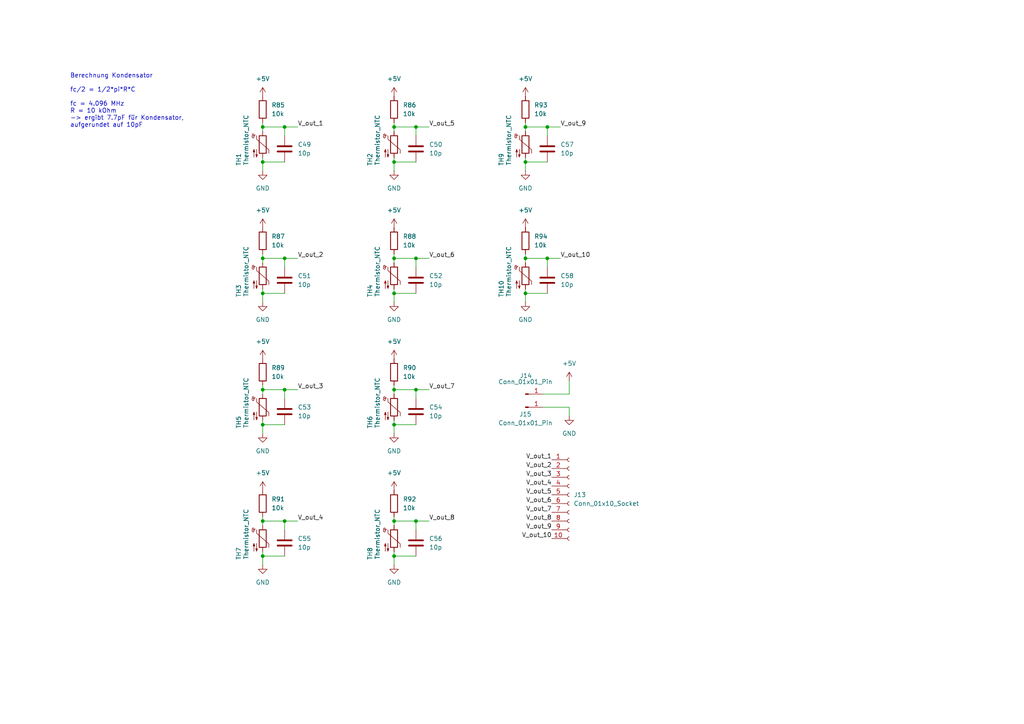
<source format=kicad_sch>
(kicad_sch
	(version 20231120)
	(generator "eeschema")
	(generator_version "8.0")
	(uuid "c04fa1e9-ff14-4ce8-b8e4-68ac8a1e4cda")
	(paper "A4")
	(lib_symbols
		(symbol "Connector:Conn_01x01_Pin"
			(pin_names
				(offset 1.016) hide)
			(exclude_from_sim no)
			(in_bom yes)
			(on_board yes)
			(property "Reference" "J"
				(at 0 2.54 0)
				(effects
					(font
						(size 1.27 1.27)
					)
				)
			)
			(property "Value" "Conn_01x01_Pin"
				(at 0 -2.54 0)
				(effects
					(font
						(size 1.27 1.27)
					)
				)
			)
			(property "Footprint" ""
				(at 0 0 0)
				(effects
					(font
						(size 1.27 1.27)
					)
					(hide yes)
				)
			)
			(property "Datasheet" "~"
				(at 0 0 0)
				(effects
					(font
						(size 1.27 1.27)
					)
					(hide yes)
				)
			)
			(property "Description" "Generic connector, single row, 01x01, script generated"
				(at 0 0 0)
				(effects
					(font
						(size 1.27 1.27)
					)
					(hide yes)
				)
			)
			(property "ki_locked" ""
				(at 0 0 0)
				(effects
					(font
						(size 1.27 1.27)
					)
				)
			)
			(property "ki_keywords" "connector"
				(at 0 0 0)
				(effects
					(font
						(size 1.27 1.27)
					)
					(hide yes)
				)
			)
			(property "ki_fp_filters" "Connector*:*_1x??_*"
				(at 0 0 0)
				(effects
					(font
						(size 1.27 1.27)
					)
					(hide yes)
				)
			)
			(symbol "Conn_01x01_Pin_1_1"
				(polyline
					(pts
						(xy 1.27 0) (xy 0.8636 0)
					)
					(stroke
						(width 0.1524)
						(type default)
					)
					(fill
						(type none)
					)
				)
				(rectangle
					(start 0.8636 0.127)
					(end 0 -0.127)
					(stroke
						(width 0.1524)
						(type default)
					)
					(fill
						(type outline)
					)
				)
				(pin passive line
					(at 5.08 0 180)
					(length 3.81)
					(name "Pin_1"
						(effects
							(font
								(size 1.27 1.27)
							)
						)
					)
					(number "1"
						(effects
							(font
								(size 1.27 1.27)
							)
						)
					)
				)
			)
		)
		(symbol "Connector:Conn_01x10_Socket"
			(pin_names
				(offset 1.016) hide)
			(exclude_from_sim no)
			(in_bom yes)
			(on_board yes)
			(property "Reference" "J"
				(at 0 12.7 0)
				(effects
					(font
						(size 1.27 1.27)
					)
				)
			)
			(property "Value" "Conn_01x10_Socket"
				(at 0 -15.24 0)
				(effects
					(font
						(size 1.27 1.27)
					)
				)
			)
			(property "Footprint" ""
				(at 0 0 0)
				(effects
					(font
						(size 1.27 1.27)
					)
					(hide yes)
				)
			)
			(property "Datasheet" "~"
				(at 0 0 0)
				(effects
					(font
						(size 1.27 1.27)
					)
					(hide yes)
				)
			)
			(property "Description" "Generic connector, single row, 01x10, script generated"
				(at 0 0 0)
				(effects
					(font
						(size 1.27 1.27)
					)
					(hide yes)
				)
			)
			(property "ki_locked" ""
				(at 0 0 0)
				(effects
					(font
						(size 1.27 1.27)
					)
				)
			)
			(property "ki_keywords" "connector"
				(at 0 0 0)
				(effects
					(font
						(size 1.27 1.27)
					)
					(hide yes)
				)
			)
			(property "ki_fp_filters" "Connector*:*_1x??_*"
				(at 0 0 0)
				(effects
					(font
						(size 1.27 1.27)
					)
					(hide yes)
				)
			)
			(symbol "Conn_01x10_Socket_1_1"
				(arc
					(start 0 -12.192)
					(mid -0.5058 -12.7)
					(end 0 -13.208)
					(stroke
						(width 0.1524)
						(type default)
					)
					(fill
						(type none)
					)
				)
				(arc
					(start 0 -9.652)
					(mid -0.5058 -10.16)
					(end 0 -10.668)
					(stroke
						(width 0.1524)
						(type default)
					)
					(fill
						(type none)
					)
				)
				(arc
					(start 0 -7.112)
					(mid -0.5058 -7.62)
					(end 0 -8.128)
					(stroke
						(width 0.1524)
						(type default)
					)
					(fill
						(type none)
					)
				)
				(arc
					(start 0 -4.572)
					(mid -0.5058 -5.08)
					(end 0 -5.588)
					(stroke
						(width 0.1524)
						(type default)
					)
					(fill
						(type none)
					)
				)
				(arc
					(start 0 -2.032)
					(mid -0.5058 -2.54)
					(end 0 -3.048)
					(stroke
						(width 0.1524)
						(type default)
					)
					(fill
						(type none)
					)
				)
				(polyline
					(pts
						(xy -1.27 -12.7) (xy -0.508 -12.7)
					)
					(stroke
						(width 0.1524)
						(type default)
					)
					(fill
						(type none)
					)
				)
				(polyline
					(pts
						(xy -1.27 -10.16) (xy -0.508 -10.16)
					)
					(stroke
						(width 0.1524)
						(type default)
					)
					(fill
						(type none)
					)
				)
				(polyline
					(pts
						(xy -1.27 -7.62) (xy -0.508 -7.62)
					)
					(stroke
						(width 0.1524)
						(type default)
					)
					(fill
						(type none)
					)
				)
				(polyline
					(pts
						(xy -1.27 -5.08) (xy -0.508 -5.08)
					)
					(stroke
						(width 0.1524)
						(type default)
					)
					(fill
						(type none)
					)
				)
				(polyline
					(pts
						(xy -1.27 -2.54) (xy -0.508 -2.54)
					)
					(stroke
						(width 0.1524)
						(type default)
					)
					(fill
						(type none)
					)
				)
				(polyline
					(pts
						(xy -1.27 0) (xy -0.508 0)
					)
					(stroke
						(width 0.1524)
						(type default)
					)
					(fill
						(type none)
					)
				)
				(polyline
					(pts
						(xy -1.27 2.54) (xy -0.508 2.54)
					)
					(stroke
						(width 0.1524)
						(type default)
					)
					(fill
						(type none)
					)
				)
				(polyline
					(pts
						(xy -1.27 5.08) (xy -0.508 5.08)
					)
					(stroke
						(width 0.1524)
						(type default)
					)
					(fill
						(type none)
					)
				)
				(polyline
					(pts
						(xy -1.27 7.62) (xy -0.508 7.62)
					)
					(stroke
						(width 0.1524)
						(type default)
					)
					(fill
						(type none)
					)
				)
				(polyline
					(pts
						(xy -1.27 10.16) (xy -0.508 10.16)
					)
					(stroke
						(width 0.1524)
						(type default)
					)
					(fill
						(type none)
					)
				)
				(arc
					(start 0 0.508)
					(mid -0.5058 0)
					(end 0 -0.508)
					(stroke
						(width 0.1524)
						(type default)
					)
					(fill
						(type none)
					)
				)
				(arc
					(start 0 3.048)
					(mid -0.5058 2.54)
					(end 0 2.032)
					(stroke
						(width 0.1524)
						(type default)
					)
					(fill
						(type none)
					)
				)
				(arc
					(start 0 5.588)
					(mid -0.5058 5.08)
					(end 0 4.572)
					(stroke
						(width 0.1524)
						(type default)
					)
					(fill
						(type none)
					)
				)
				(arc
					(start 0 8.128)
					(mid -0.5058 7.62)
					(end 0 7.112)
					(stroke
						(width 0.1524)
						(type default)
					)
					(fill
						(type none)
					)
				)
				(arc
					(start 0 10.668)
					(mid -0.5058 10.16)
					(end 0 9.652)
					(stroke
						(width 0.1524)
						(type default)
					)
					(fill
						(type none)
					)
				)
				(pin passive line
					(at -5.08 10.16 0)
					(length 3.81)
					(name "Pin_1"
						(effects
							(font
								(size 1.27 1.27)
							)
						)
					)
					(number "1"
						(effects
							(font
								(size 1.27 1.27)
							)
						)
					)
				)
				(pin passive line
					(at -5.08 -12.7 0)
					(length 3.81)
					(name "Pin_10"
						(effects
							(font
								(size 1.27 1.27)
							)
						)
					)
					(number "10"
						(effects
							(font
								(size 1.27 1.27)
							)
						)
					)
				)
				(pin passive line
					(at -5.08 7.62 0)
					(length 3.81)
					(name "Pin_2"
						(effects
							(font
								(size 1.27 1.27)
							)
						)
					)
					(number "2"
						(effects
							(font
								(size 1.27 1.27)
							)
						)
					)
				)
				(pin passive line
					(at -5.08 5.08 0)
					(length 3.81)
					(name "Pin_3"
						(effects
							(font
								(size 1.27 1.27)
							)
						)
					)
					(number "3"
						(effects
							(font
								(size 1.27 1.27)
							)
						)
					)
				)
				(pin passive line
					(at -5.08 2.54 0)
					(length 3.81)
					(name "Pin_4"
						(effects
							(font
								(size 1.27 1.27)
							)
						)
					)
					(number "4"
						(effects
							(font
								(size 1.27 1.27)
							)
						)
					)
				)
				(pin passive line
					(at -5.08 0 0)
					(length 3.81)
					(name "Pin_5"
						(effects
							(font
								(size 1.27 1.27)
							)
						)
					)
					(number "5"
						(effects
							(font
								(size 1.27 1.27)
							)
						)
					)
				)
				(pin passive line
					(at -5.08 -2.54 0)
					(length 3.81)
					(name "Pin_6"
						(effects
							(font
								(size 1.27 1.27)
							)
						)
					)
					(number "6"
						(effects
							(font
								(size 1.27 1.27)
							)
						)
					)
				)
				(pin passive line
					(at -5.08 -5.08 0)
					(length 3.81)
					(name "Pin_7"
						(effects
							(font
								(size 1.27 1.27)
							)
						)
					)
					(number "7"
						(effects
							(font
								(size 1.27 1.27)
							)
						)
					)
				)
				(pin passive line
					(at -5.08 -7.62 0)
					(length 3.81)
					(name "Pin_8"
						(effects
							(font
								(size 1.27 1.27)
							)
						)
					)
					(number "8"
						(effects
							(font
								(size 1.27 1.27)
							)
						)
					)
				)
				(pin passive line
					(at -5.08 -10.16 0)
					(length 3.81)
					(name "Pin_9"
						(effects
							(font
								(size 1.27 1.27)
							)
						)
					)
					(number "9"
						(effects
							(font
								(size 1.27 1.27)
							)
						)
					)
				)
			)
		)
		(symbol "Device:C"
			(pin_numbers hide)
			(pin_names
				(offset 0.254)
			)
			(exclude_from_sim no)
			(in_bom yes)
			(on_board yes)
			(property "Reference" "C"
				(at 0.635 2.54 0)
				(effects
					(font
						(size 1.27 1.27)
					)
					(justify left)
				)
			)
			(property "Value" "C"
				(at 0.635 -2.54 0)
				(effects
					(font
						(size 1.27 1.27)
					)
					(justify left)
				)
			)
			(property "Footprint" ""
				(at 0.9652 -3.81 0)
				(effects
					(font
						(size 1.27 1.27)
					)
					(hide yes)
				)
			)
			(property "Datasheet" "~"
				(at 0 0 0)
				(effects
					(font
						(size 1.27 1.27)
					)
					(hide yes)
				)
			)
			(property "Description" "Unpolarized capacitor"
				(at 0 0 0)
				(effects
					(font
						(size 1.27 1.27)
					)
					(hide yes)
				)
			)
			(property "ki_keywords" "cap capacitor"
				(at 0 0 0)
				(effects
					(font
						(size 1.27 1.27)
					)
					(hide yes)
				)
			)
			(property "ki_fp_filters" "C_*"
				(at 0 0 0)
				(effects
					(font
						(size 1.27 1.27)
					)
					(hide yes)
				)
			)
			(symbol "C_0_1"
				(polyline
					(pts
						(xy -2.032 -0.762) (xy 2.032 -0.762)
					)
					(stroke
						(width 0.508)
						(type default)
					)
					(fill
						(type none)
					)
				)
				(polyline
					(pts
						(xy -2.032 0.762) (xy 2.032 0.762)
					)
					(stroke
						(width 0.508)
						(type default)
					)
					(fill
						(type none)
					)
				)
			)
			(symbol "C_1_1"
				(pin passive line
					(at 0 3.81 270)
					(length 2.794)
					(name "~"
						(effects
							(font
								(size 1.27 1.27)
							)
						)
					)
					(number "1"
						(effects
							(font
								(size 1.27 1.27)
							)
						)
					)
				)
				(pin passive line
					(at 0 -3.81 90)
					(length 2.794)
					(name "~"
						(effects
							(font
								(size 1.27 1.27)
							)
						)
					)
					(number "2"
						(effects
							(font
								(size 1.27 1.27)
							)
						)
					)
				)
			)
		)
		(symbol "Device:R"
			(pin_numbers hide)
			(pin_names
				(offset 0)
			)
			(exclude_from_sim no)
			(in_bom yes)
			(on_board yes)
			(property "Reference" "R"
				(at 2.032 0 90)
				(effects
					(font
						(size 1.27 1.27)
					)
				)
			)
			(property "Value" "R"
				(at 0 0 90)
				(effects
					(font
						(size 1.27 1.27)
					)
				)
			)
			(property "Footprint" ""
				(at -1.778 0 90)
				(effects
					(font
						(size 1.27 1.27)
					)
					(hide yes)
				)
			)
			(property "Datasheet" "~"
				(at 0 0 0)
				(effects
					(font
						(size 1.27 1.27)
					)
					(hide yes)
				)
			)
			(property "Description" "Resistor"
				(at 0 0 0)
				(effects
					(font
						(size 1.27 1.27)
					)
					(hide yes)
				)
			)
			(property "ki_keywords" "R res resistor"
				(at 0 0 0)
				(effects
					(font
						(size 1.27 1.27)
					)
					(hide yes)
				)
			)
			(property "ki_fp_filters" "R_*"
				(at 0 0 0)
				(effects
					(font
						(size 1.27 1.27)
					)
					(hide yes)
				)
			)
			(symbol "R_0_1"
				(rectangle
					(start -1.016 -2.54)
					(end 1.016 2.54)
					(stroke
						(width 0.254)
						(type default)
					)
					(fill
						(type none)
					)
				)
			)
			(symbol "R_1_1"
				(pin passive line
					(at 0 3.81 270)
					(length 1.27)
					(name "~"
						(effects
							(font
								(size 1.27 1.27)
							)
						)
					)
					(number "1"
						(effects
							(font
								(size 1.27 1.27)
							)
						)
					)
				)
				(pin passive line
					(at 0 -3.81 90)
					(length 1.27)
					(name "~"
						(effects
							(font
								(size 1.27 1.27)
							)
						)
					)
					(number "2"
						(effects
							(font
								(size 1.27 1.27)
							)
						)
					)
				)
			)
		)
		(symbol "Device:Thermistor_NTC"
			(pin_numbers hide)
			(pin_names
				(offset 0)
			)
			(exclude_from_sim no)
			(in_bom yes)
			(on_board yes)
			(property "Reference" "TH"
				(at -4.445 0 90)
				(effects
					(font
						(size 1.27 1.27)
					)
				)
			)
			(property "Value" "Thermistor_NTC"
				(at 3.175 0 90)
				(effects
					(font
						(size 1.27 1.27)
					)
				)
			)
			(property "Footprint" ""
				(at 0 1.27 0)
				(effects
					(font
						(size 1.27 1.27)
					)
					(hide yes)
				)
			)
			(property "Datasheet" "~"
				(at 0 1.27 0)
				(effects
					(font
						(size 1.27 1.27)
					)
					(hide yes)
				)
			)
			(property "Description" "Temperature dependent resistor, negative temperature coefficient"
				(at 0 0 0)
				(effects
					(font
						(size 1.27 1.27)
					)
					(hide yes)
				)
			)
			(property "ki_keywords" "thermistor NTC resistor sensor RTD"
				(at 0 0 0)
				(effects
					(font
						(size 1.27 1.27)
					)
					(hide yes)
				)
			)
			(property "ki_fp_filters" "*NTC* *Thermistor* PIN?ARRAY* bornier* *Terminal?Block* R_*"
				(at 0 0 0)
				(effects
					(font
						(size 1.27 1.27)
					)
					(hide yes)
				)
			)
			(symbol "Thermistor_NTC_0_1"
				(arc
					(start -3.048 2.159)
					(mid -3.0495 2.3143)
					(end -3.175 2.413)
					(stroke
						(width 0)
						(type default)
					)
					(fill
						(type none)
					)
				)
				(arc
					(start -3.048 2.159)
					(mid -2.9736 1.9794)
					(end -2.794 1.905)
					(stroke
						(width 0)
						(type default)
					)
					(fill
						(type none)
					)
				)
				(arc
					(start -3.048 2.794)
					(mid -2.9736 2.6144)
					(end -2.794 2.54)
					(stroke
						(width 0)
						(type default)
					)
					(fill
						(type none)
					)
				)
				(arc
					(start -2.794 1.905)
					(mid -2.6144 1.9794)
					(end -2.54 2.159)
					(stroke
						(width 0)
						(type default)
					)
					(fill
						(type none)
					)
				)
				(arc
					(start -2.794 2.54)
					(mid -2.4393 2.5587)
					(end -2.159 2.794)
					(stroke
						(width 0)
						(type default)
					)
					(fill
						(type none)
					)
				)
				(arc
					(start -2.794 3.048)
					(mid -2.9736 2.9736)
					(end -3.048 2.794)
					(stroke
						(width 0)
						(type default)
					)
					(fill
						(type none)
					)
				)
				(arc
					(start -2.54 2.794)
					(mid -2.6144 2.9736)
					(end -2.794 3.048)
					(stroke
						(width 0)
						(type default)
					)
					(fill
						(type none)
					)
				)
				(rectangle
					(start -1.016 2.54)
					(end 1.016 -2.54)
					(stroke
						(width 0.254)
						(type default)
					)
					(fill
						(type none)
					)
				)
				(polyline
					(pts
						(xy -2.54 2.159) (xy -2.54 2.794)
					)
					(stroke
						(width 0)
						(type default)
					)
					(fill
						(type none)
					)
				)
				(polyline
					(pts
						(xy -1.778 2.54) (xy -1.778 1.524) (xy 1.778 -1.524) (xy 1.778 -2.54)
					)
					(stroke
						(width 0)
						(type default)
					)
					(fill
						(type none)
					)
				)
				(polyline
					(pts
						(xy -2.54 -3.683) (xy -2.54 -1.397) (xy -2.794 -2.159) (xy -2.286 -2.159) (xy -2.54 -1.397) (xy -2.54 -1.651)
					)
					(stroke
						(width 0)
						(type default)
					)
					(fill
						(type outline)
					)
				)
				(polyline
					(pts
						(xy -1.778 -1.397) (xy -1.778 -3.683) (xy -2.032 -2.921) (xy -1.524 -2.921) (xy -1.778 -3.683)
						(xy -1.778 -3.429)
					)
					(stroke
						(width 0)
						(type default)
					)
					(fill
						(type outline)
					)
				)
			)
			(symbol "Thermistor_NTC_1_1"
				(pin passive line
					(at 0 3.81 270)
					(length 1.27)
					(name "~"
						(effects
							(font
								(size 1.27 1.27)
							)
						)
					)
					(number "1"
						(effects
							(font
								(size 1.27 1.27)
							)
						)
					)
				)
				(pin passive line
					(at 0 -3.81 90)
					(length 1.27)
					(name "~"
						(effects
							(font
								(size 1.27 1.27)
							)
						)
					)
					(number "2"
						(effects
							(font
								(size 1.27 1.27)
							)
						)
					)
				)
			)
		)
		(symbol "power:+5V"
			(power)
			(pin_numbers hide)
			(pin_names
				(offset 0) hide)
			(exclude_from_sim no)
			(in_bom yes)
			(on_board yes)
			(property "Reference" "#PWR"
				(at 0 -3.81 0)
				(effects
					(font
						(size 1.27 1.27)
					)
					(hide yes)
				)
			)
			(property "Value" "+5V"
				(at 0 3.556 0)
				(effects
					(font
						(size 1.27 1.27)
					)
				)
			)
			(property "Footprint" ""
				(at 0 0 0)
				(effects
					(font
						(size 1.27 1.27)
					)
					(hide yes)
				)
			)
			(property "Datasheet" ""
				(at 0 0 0)
				(effects
					(font
						(size 1.27 1.27)
					)
					(hide yes)
				)
			)
			(property "Description" "Power symbol creates a global label with name \"+5V\""
				(at 0 0 0)
				(effects
					(font
						(size 1.27 1.27)
					)
					(hide yes)
				)
			)
			(property "ki_keywords" "global power"
				(at 0 0 0)
				(effects
					(font
						(size 1.27 1.27)
					)
					(hide yes)
				)
			)
			(symbol "+5V_0_1"
				(polyline
					(pts
						(xy -0.762 1.27) (xy 0 2.54)
					)
					(stroke
						(width 0)
						(type default)
					)
					(fill
						(type none)
					)
				)
				(polyline
					(pts
						(xy 0 0) (xy 0 2.54)
					)
					(stroke
						(width 0)
						(type default)
					)
					(fill
						(type none)
					)
				)
				(polyline
					(pts
						(xy 0 2.54) (xy 0.762 1.27)
					)
					(stroke
						(width 0)
						(type default)
					)
					(fill
						(type none)
					)
				)
			)
			(symbol "+5V_1_1"
				(pin power_in line
					(at 0 0 90)
					(length 0)
					(name "~"
						(effects
							(font
								(size 1.27 1.27)
							)
						)
					)
					(number "1"
						(effects
							(font
								(size 1.27 1.27)
							)
						)
					)
				)
			)
		)
		(symbol "power:GND"
			(power)
			(pin_numbers hide)
			(pin_names
				(offset 0) hide)
			(exclude_from_sim no)
			(in_bom yes)
			(on_board yes)
			(property "Reference" "#PWR"
				(at 0 -6.35 0)
				(effects
					(font
						(size 1.27 1.27)
					)
					(hide yes)
				)
			)
			(property "Value" "GND"
				(at 0 -3.81 0)
				(effects
					(font
						(size 1.27 1.27)
					)
				)
			)
			(property "Footprint" ""
				(at 0 0 0)
				(effects
					(font
						(size 1.27 1.27)
					)
					(hide yes)
				)
			)
			(property "Datasheet" ""
				(at 0 0 0)
				(effects
					(font
						(size 1.27 1.27)
					)
					(hide yes)
				)
			)
			(property "Description" "Power symbol creates a global label with name \"GND\" , ground"
				(at 0 0 0)
				(effects
					(font
						(size 1.27 1.27)
					)
					(hide yes)
				)
			)
			(property "ki_keywords" "global power"
				(at 0 0 0)
				(effects
					(font
						(size 1.27 1.27)
					)
					(hide yes)
				)
			)
			(symbol "GND_0_1"
				(polyline
					(pts
						(xy 0 0) (xy 0 -1.27) (xy 1.27 -1.27) (xy 0 -2.54) (xy -1.27 -1.27) (xy 0 -1.27)
					)
					(stroke
						(width 0)
						(type default)
					)
					(fill
						(type none)
					)
				)
			)
			(symbol "GND_1_1"
				(pin power_in line
					(at 0 0 270)
					(length 0)
					(name "~"
						(effects
							(font
								(size 1.27 1.27)
							)
						)
					)
					(number "1"
						(effects
							(font
								(size 1.27 1.27)
							)
						)
					)
				)
			)
		)
	)
	(junction
		(at 114.3 113.03)
		(diameter 0)
		(color 0 0 0 0)
		(uuid "02a37f10-ffd6-4b20-8758-a20811b70484")
	)
	(junction
		(at 152.4 36.83)
		(diameter 0)
		(color 0 0 0 0)
		(uuid "09db6db1-f3c1-490a-a979-2ccfa097db9a")
	)
	(junction
		(at 114.3 151.13)
		(diameter 0)
		(color 0 0 0 0)
		(uuid "0b4c0840-bc63-486a-ba9b-7023b6db3fb5")
	)
	(junction
		(at 76.2 74.93)
		(diameter 0)
		(color 0 0 0 0)
		(uuid "14476067-00ea-4d48-abc0-50d05e43fa19")
	)
	(junction
		(at 120.65 113.03)
		(diameter 0)
		(color 0 0 0 0)
		(uuid "1a82186c-767f-49b8-b73d-45fbb512c095")
	)
	(junction
		(at 76.2 151.13)
		(diameter 0)
		(color 0 0 0 0)
		(uuid "1af1c0d2-f8a3-4c79-a9ec-67ad777232d5")
	)
	(junction
		(at 152.4 85.09)
		(diameter 0)
		(color 0 0 0 0)
		(uuid "1f6e6b4e-64f7-41ee-8cfc-4b091d778126")
	)
	(junction
		(at 114.3 161.29)
		(diameter 0)
		(color 0 0 0 0)
		(uuid "2730c326-6346-4448-aa1e-7795c494b869")
	)
	(junction
		(at 120.65 36.83)
		(diameter 0)
		(color 0 0 0 0)
		(uuid "2fc6f474-098a-43f9-bd8f-55e9827a1307")
	)
	(junction
		(at 152.4 74.93)
		(diameter 0)
		(color 0 0 0 0)
		(uuid "3e0646c5-f350-4bab-a135-24dcc0d2bf5c")
	)
	(junction
		(at 158.75 36.83)
		(diameter 0)
		(color 0 0 0 0)
		(uuid "3f7080c5-cccf-4122-bfb6-03e0cf689d87")
	)
	(junction
		(at 114.3 36.83)
		(diameter 0)
		(color 0 0 0 0)
		(uuid "41eab48d-bc53-4aea-a7a2-06f54329b52a")
	)
	(junction
		(at 76.2 123.19)
		(diameter 0)
		(color 0 0 0 0)
		(uuid "4ad15ed0-cecc-4380-abec-5b86663fec01")
	)
	(junction
		(at 114.3 85.09)
		(diameter 0)
		(color 0 0 0 0)
		(uuid "4c666921-8ff9-4245-ab98-931f97f43ef1")
	)
	(junction
		(at 158.75 74.93)
		(diameter 0)
		(color 0 0 0 0)
		(uuid "50a3ee63-5ccc-446b-8aa7-b1bf4e8c9510")
	)
	(junction
		(at 82.55 151.13)
		(diameter 0)
		(color 0 0 0 0)
		(uuid "5d2c9f89-ef95-4693-be1a-109969fa72b4")
	)
	(junction
		(at 76.2 161.29)
		(diameter 0)
		(color 0 0 0 0)
		(uuid "5e085f09-4186-4997-b6fc-292e603d4355")
	)
	(junction
		(at 82.55 36.83)
		(diameter 0)
		(color 0 0 0 0)
		(uuid "65176f7d-a4e2-4b0f-9a33-03f0575f5d5f")
	)
	(junction
		(at 76.2 36.83)
		(diameter 0)
		(color 0 0 0 0)
		(uuid "6ffde988-d1b9-4e5a-94e2-c4b766b195e6")
	)
	(junction
		(at 76.2 85.09)
		(diameter 0)
		(color 0 0 0 0)
		(uuid "826c9617-69fb-49d3-bea4-951decfb497e")
	)
	(junction
		(at 76.2 46.99)
		(diameter 0)
		(color 0 0 0 0)
		(uuid "9964913f-b909-4b50-97e6-e67fafa0ec9f")
	)
	(junction
		(at 76.2 113.03)
		(diameter 0)
		(color 0 0 0 0)
		(uuid "b5e01637-ad62-431c-a1ef-3dadf5541a0f")
	)
	(junction
		(at 114.3 46.99)
		(diameter 0)
		(color 0 0 0 0)
		(uuid "b8d22252-cc33-40c6-97e2-ee40cc09a185")
	)
	(junction
		(at 114.3 123.19)
		(diameter 0)
		(color 0 0 0 0)
		(uuid "c450bb02-f2d5-4e35-9466-8a5f9ddeb972")
	)
	(junction
		(at 152.4 46.99)
		(diameter 0)
		(color 0 0 0 0)
		(uuid "c743dc9c-098a-4304-9900-6f7367da93c7")
	)
	(junction
		(at 114.3 74.93)
		(diameter 0)
		(color 0 0 0 0)
		(uuid "c82e7f55-87b9-4e3c-8471-d3edc12117f6")
	)
	(junction
		(at 120.65 74.93)
		(diameter 0)
		(color 0 0 0 0)
		(uuid "ccdcec25-1cb4-4d1c-a8f4-257658e98572")
	)
	(junction
		(at 82.55 74.93)
		(diameter 0)
		(color 0 0 0 0)
		(uuid "dce68dc5-dc1c-4b4f-b55d-7cafa12cef74")
	)
	(junction
		(at 120.65 151.13)
		(diameter 0)
		(color 0 0 0 0)
		(uuid "de9f207f-aef4-46d4-bd83-fcd0aefde8fc")
	)
	(junction
		(at 82.55 113.03)
		(diameter 0)
		(color 0 0 0 0)
		(uuid "fb31db60-c9ef-4f64-8b99-8e4f466c110d")
	)
	(wire
		(pts
			(xy 76.2 160.02) (xy 76.2 161.29)
		)
		(stroke
			(width 0)
			(type default)
		)
		(uuid "00adef34-30a7-4713-96e4-5252348b0ba5")
	)
	(wire
		(pts
			(xy 114.3 74.93) (xy 114.3 76.2)
		)
		(stroke
			(width 0)
			(type default)
		)
		(uuid "01057768-5ad6-4eaa-992a-723f1f7e5233")
	)
	(wire
		(pts
			(xy 157.48 114.3) (xy 165.1 114.3)
		)
		(stroke
			(width 0)
			(type default)
		)
		(uuid "04bd9d85-b83c-4347-857e-fc3e11502b9f")
	)
	(wire
		(pts
			(xy 114.3 161.29) (xy 120.65 161.29)
		)
		(stroke
			(width 0)
			(type default)
		)
		(uuid "1b763cf4-c63a-4604-857f-6ec10e90e51b")
	)
	(wire
		(pts
			(xy 114.3 36.83) (xy 114.3 38.1)
		)
		(stroke
			(width 0)
			(type default)
		)
		(uuid "1df2167f-31f3-4f99-98b0-7b3df2eb3947")
	)
	(wire
		(pts
			(xy 114.3 121.92) (xy 114.3 123.19)
		)
		(stroke
			(width 0)
			(type default)
		)
		(uuid "1f1ac8b4-d225-48bc-bd36-0a7a8f677b05")
	)
	(wire
		(pts
			(xy 114.3 85.09) (xy 120.65 85.09)
		)
		(stroke
			(width 0)
			(type default)
		)
		(uuid "205c26eb-ec88-4572-8e4b-2f5c9b08af7b")
	)
	(wire
		(pts
			(xy 120.65 151.13) (xy 120.65 153.67)
		)
		(stroke
			(width 0)
			(type default)
		)
		(uuid "21df7f2c-a0c0-4530-bc5e-311b02774b2a")
	)
	(wire
		(pts
			(xy 82.55 113.03) (xy 82.55 115.57)
		)
		(stroke
			(width 0)
			(type default)
		)
		(uuid "22465fcf-7c48-4618-a85c-f8e7e360ef41")
	)
	(wire
		(pts
			(xy 76.2 46.99) (xy 82.55 46.99)
		)
		(stroke
			(width 0)
			(type default)
		)
		(uuid "279f532f-7eb4-4c91-839a-95b5ba2f8d50")
	)
	(wire
		(pts
			(xy 114.3 36.83) (xy 120.65 36.83)
		)
		(stroke
			(width 0)
			(type default)
		)
		(uuid "2b617e7c-53ba-4d5f-8273-e998c88dce19")
	)
	(wire
		(pts
			(xy 120.65 151.13) (xy 124.46 151.13)
		)
		(stroke
			(width 0)
			(type default)
		)
		(uuid "2b75eaf8-935e-4fa7-a4c7-595d0ebe1bf6")
	)
	(wire
		(pts
			(xy 76.2 46.99) (xy 76.2 49.53)
		)
		(stroke
			(width 0)
			(type default)
		)
		(uuid "2cb32a9a-08ed-467d-8ea2-34b6cf7bfa36")
	)
	(wire
		(pts
			(xy 114.3 160.02) (xy 114.3 161.29)
		)
		(stroke
			(width 0)
			(type default)
		)
		(uuid "2da65222-c677-46dc-b6ac-6873137c627a")
	)
	(wire
		(pts
			(xy 165.1 114.3) (xy 165.1 110.49)
		)
		(stroke
			(width 0)
			(type default)
		)
		(uuid "34ce4d70-ad81-4c7e-ad37-2655b6e4abda")
	)
	(wire
		(pts
			(xy 82.55 151.13) (xy 86.36 151.13)
		)
		(stroke
			(width 0)
			(type default)
		)
		(uuid "3684bb13-0692-431c-97a6-655846bd8968")
	)
	(wire
		(pts
			(xy 152.4 74.93) (xy 158.75 74.93)
		)
		(stroke
			(width 0)
			(type default)
		)
		(uuid "379ac934-491c-4c91-b0dc-5a47b2638b85")
	)
	(wire
		(pts
			(xy 76.2 73.66) (xy 76.2 74.93)
		)
		(stroke
			(width 0)
			(type default)
		)
		(uuid "3a37d028-ff78-48e9-8473-73eb2b6dfc1b")
	)
	(wire
		(pts
			(xy 114.3 161.29) (xy 114.3 163.83)
		)
		(stroke
			(width 0)
			(type default)
		)
		(uuid "3e557f4e-9788-4bcc-9c5e-9b0447bc5f57")
	)
	(wire
		(pts
			(xy 158.75 36.83) (xy 158.75 39.37)
		)
		(stroke
			(width 0)
			(type default)
		)
		(uuid "403e7592-62f8-4abb-b266-7f4f9a8e6ced")
	)
	(wire
		(pts
			(xy 152.4 36.83) (xy 158.75 36.83)
		)
		(stroke
			(width 0)
			(type default)
		)
		(uuid "403f69c0-5e97-4e5f-aa15-8d812303f625")
	)
	(wire
		(pts
			(xy 76.2 161.29) (xy 76.2 163.83)
		)
		(stroke
			(width 0)
			(type default)
		)
		(uuid "40a9a28d-714d-4ffc-83f0-1d1614366d9e")
	)
	(wire
		(pts
			(xy 152.4 36.83) (xy 152.4 38.1)
		)
		(stroke
			(width 0)
			(type default)
		)
		(uuid "42274e8b-ba27-42aa-95cb-e6dedcd8ad5c")
	)
	(wire
		(pts
			(xy 82.55 74.93) (xy 86.36 74.93)
		)
		(stroke
			(width 0)
			(type default)
		)
		(uuid "42c1cb9a-b6a3-4816-b455-51fd4de8846c")
	)
	(wire
		(pts
			(xy 76.2 123.19) (xy 76.2 125.73)
		)
		(stroke
			(width 0)
			(type default)
		)
		(uuid "4712578a-28fb-4db9-9ff3-217a9d54d760")
	)
	(wire
		(pts
			(xy 76.2 36.83) (xy 76.2 38.1)
		)
		(stroke
			(width 0)
			(type default)
		)
		(uuid "47bda7fd-7b36-4985-a056-bde39d01be27")
	)
	(wire
		(pts
			(xy 152.4 35.56) (xy 152.4 36.83)
		)
		(stroke
			(width 0)
			(type default)
		)
		(uuid "49b07952-5c92-4833-b8fa-1f629cd03c69")
	)
	(wire
		(pts
			(xy 152.4 46.99) (xy 158.75 46.99)
		)
		(stroke
			(width 0)
			(type default)
		)
		(uuid "4d6b506f-c47b-4d08-9cb9-69c075001475")
	)
	(wire
		(pts
			(xy 82.55 36.83) (xy 86.36 36.83)
		)
		(stroke
			(width 0)
			(type default)
		)
		(uuid "509e3e37-353b-435e-bcb9-1b69282de09a")
	)
	(wire
		(pts
			(xy 76.2 151.13) (xy 82.55 151.13)
		)
		(stroke
			(width 0)
			(type default)
		)
		(uuid "50c6dff3-576c-4f66-9143-885fac671efd")
	)
	(wire
		(pts
			(xy 76.2 113.03) (xy 76.2 114.3)
		)
		(stroke
			(width 0)
			(type default)
		)
		(uuid "549ced8d-f867-4442-b6cd-2770daf751be")
	)
	(wire
		(pts
			(xy 76.2 161.29) (xy 82.55 161.29)
		)
		(stroke
			(width 0)
			(type default)
		)
		(uuid "566d146a-b884-4dde-981d-12cf5a729fc8")
	)
	(wire
		(pts
			(xy 76.2 74.93) (xy 76.2 76.2)
		)
		(stroke
			(width 0)
			(type default)
		)
		(uuid "5b92a549-c960-4aea-8752-ee81e3f1fef7")
	)
	(wire
		(pts
			(xy 114.3 73.66) (xy 114.3 74.93)
		)
		(stroke
			(width 0)
			(type default)
		)
		(uuid "5d716ecb-e6c1-43a2-bd15-6dddd3dbdfaf")
	)
	(wire
		(pts
			(xy 114.3 111.76) (xy 114.3 113.03)
		)
		(stroke
			(width 0)
			(type default)
		)
		(uuid "5dba8df6-0b61-4cd9-92cb-459cf85b10cb")
	)
	(wire
		(pts
			(xy 114.3 85.09) (xy 114.3 87.63)
		)
		(stroke
			(width 0)
			(type default)
		)
		(uuid "5f72d985-ea76-499e-96e5-877a1ad9b465")
	)
	(wire
		(pts
			(xy 120.65 36.83) (xy 124.46 36.83)
		)
		(stroke
			(width 0)
			(type default)
		)
		(uuid "612721f1-5fa7-4c47-8c22-3dfadea397c7")
	)
	(wire
		(pts
			(xy 114.3 83.82) (xy 114.3 85.09)
		)
		(stroke
			(width 0)
			(type default)
		)
		(uuid "62a41f86-6ebd-4faa-bb19-c17e30e85dfe")
	)
	(wire
		(pts
			(xy 152.4 85.09) (xy 152.4 87.63)
		)
		(stroke
			(width 0)
			(type default)
		)
		(uuid "62c193ab-5aaf-47b4-891e-32efb6e600cd")
	)
	(wire
		(pts
			(xy 114.3 46.99) (xy 114.3 49.53)
		)
		(stroke
			(width 0)
			(type default)
		)
		(uuid "6305c2b0-0a35-4735-8257-cc6659a06e2f")
	)
	(wire
		(pts
			(xy 152.4 46.99) (xy 152.4 49.53)
		)
		(stroke
			(width 0)
			(type default)
		)
		(uuid "6338ef5c-f111-4f6b-aadf-da0a8cf3c706")
	)
	(wire
		(pts
			(xy 158.75 74.93) (xy 162.56 74.93)
		)
		(stroke
			(width 0)
			(type default)
		)
		(uuid "64608e5f-77d7-4bb8-8dc9-ee7da700797c")
	)
	(wire
		(pts
			(xy 114.3 46.99) (xy 120.65 46.99)
		)
		(stroke
			(width 0)
			(type default)
		)
		(uuid "64bd3f4f-6b83-4f7a-8e18-c75f16ad03c0")
	)
	(wire
		(pts
			(xy 82.55 36.83) (xy 82.55 39.37)
		)
		(stroke
			(width 0)
			(type default)
		)
		(uuid "7345c3a8-140f-4493-b9bd-860da7208990")
	)
	(wire
		(pts
			(xy 76.2 83.82) (xy 76.2 85.09)
		)
		(stroke
			(width 0)
			(type default)
		)
		(uuid "75e0f750-3fbb-47ee-87f3-26727bfb9b03")
	)
	(wire
		(pts
			(xy 158.75 74.93) (xy 158.75 77.47)
		)
		(stroke
			(width 0)
			(type default)
		)
		(uuid "78dffa94-8cca-4a47-aa84-7f4fd7aa1d2c")
	)
	(wire
		(pts
			(xy 114.3 123.19) (xy 114.3 125.73)
		)
		(stroke
			(width 0)
			(type default)
		)
		(uuid "7a00e868-9c9d-44a8-b005-1cdf11a7a2a7")
	)
	(wire
		(pts
			(xy 152.4 74.93) (xy 152.4 76.2)
		)
		(stroke
			(width 0)
			(type default)
		)
		(uuid "80192881-0c57-4163-9373-87f48d55ed39")
	)
	(wire
		(pts
			(xy 120.65 36.83) (xy 120.65 39.37)
		)
		(stroke
			(width 0)
			(type default)
		)
		(uuid "8509e2f9-738a-45ad-831b-fd89602c18f4")
	)
	(wire
		(pts
			(xy 114.3 151.13) (xy 114.3 152.4)
		)
		(stroke
			(width 0)
			(type default)
		)
		(uuid "8b1a645b-ae0d-40de-86c5-173a0efecfaa")
	)
	(wire
		(pts
			(xy 76.2 85.09) (xy 82.55 85.09)
		)
		(stroke
			(width 0)
			(type default)
		)
		(uuid "8bda60f7-214d-4bf4-a510-9187e588a95b")
	)
	(wire
		(pts
			(xy 152.4 45.72) (xy 152.4 46.99)
		)
		(stroke
			(width 0)
			(type default)
		)
		(uuid "8c87aecb-ef1c-416a-b989-1232c94d0cb0")
	)
	(wire
		(pts
			(xy 76.2 36.83) (xy 82.55 36.83)
		)
		(stroke
			(width 0)
			(type default)
		)
		(uuid "8d9ea2f1-427e-4130-9c7f-e2db7cb71a68")
	)
	(wire
		(pts
			(xy 76.2 45.72) (xy 76.2 46.99)
		)
		(stroke
			(width 0)
			(type default)
		)
		(uuid "9147008c-6124-44cd-b82a-61982501664f")
	)
	(wire
		(pts
			(xy 76.2 113.03) (xy 82.55 113.03)
		)
		(stroke
			(width 0)
			(type default)
		)
		(uuid "931dabfa-e5ed-43cb-947c-03f950edbf59")
	)
	(wire
		(pts
			(xy 114.3 45.72) (xy 114.3 46.99)
		)
		(stroke
			(width 0)
			(type default)
		)
		(uuid "93f07e6b-d270-4a7b-a8e7-97bb23dc1a82")
	)
	(wire
		(pts
			(xy 120.65 113.03) (xy 120.65 115.57)
		)
		(stroke
			(width 0)
			(type default)
		)
		(uuid "9623dd91-938f-47f3-85d7-8586b5395bf7")
	)
	(wire
		(pts
			(xy 114.3 113.03) (xy 120.65 113.03)
		)
		(stroke
			(width 0)
			(type default)
		)
		(uuid "99f4f41a-b9d0-470c-8fc0-67410f755099")
	)
	(wire
		(pts
			(xy 165.1 118.11) (xy 157.48 118.11)
		)
		(stroke
			(width 0)
			(type default)
		)
		(uuid "9e766546-e719-4c56-b581-2f5bf7dcf19a")
	)
	(wire
		(pts
			(xy 76.2 149.86) (xy 76.2 151.13)
		)
		(stroke
			(width 0)
			(type default)
		)
		(uuid "a216c6aa-f446-4d8c-9e44-a16a2bbf73bd")
	)
	(wire
		(pts
			(xy 152.4 85.09) (xy 158.75 85.09)
		)
		(stroke
			(width 0)
			(type default)
		)
		(uuid "a70da2ff-3762-4d66-a582-4200e1226adf")
	)
	(wire
		(pts
			(xy 76.2 123.19) (xy 82.55 123.19)
		)
		(stroke
			(width 0)
			(type default)
		)
		(uuid "af2db4d8-e55d-430f-8048-658b3995e06d")
	)
	(wire
		(pts
			(xy 82.55 113.03) (xy 86.36 113.03)
		)
		(stroke
			(width 0)
			(type default)
		)
		(uuid "af921df7-269d-497f-a437-bede1b21b168")
	)
	(wire
		(pts
			(xy 152.4 73.66) (xy 152.4 74.93)
		)
		(stroke
			(width 0)
			(type default)
		)
		(uuid "b27ed376-e29a-4641-94bc-b879f16ffe8d")
	)
	(wire
		(pts
			(xy 120.65 74.93) (xy 124.46 74.93)
		)
		(stroke
			(width 0)
			(type default)
		)
		(uuid "b6b08ed3-25ae-4794-b6fd-47f9e07d1286")
	)
	(wire
		(pts
			(xy 76.2 85.09) (xy 76.2 87.63)
		)
		(stroke
			(width 0)
			(type default)
		)
		(uuid "bb2fe46a-4f51-4f3d-8be1-068a31aad1e3")
	)
	(wire
		(pts
			(xy 158.75 36.83) (xy 162.56 36.83)
		)
		(stroke
			(width 0)
			(type default)
		)
		(uuid "bfec693f-da9b-44bd-9bcb-e9518a1112ac")
	)
	(wire
		(pts
			(xy 82.55 151.13) (xy 82.55 153.67)
		)
		(stroke
			(width 0)
			(type default)
		)
		(uuid "c255d921-8e5d-47de-8b94-7ebba6bb937f")
	)
	(wire
		(pts
			(xy 114.3 149.86) (xy 114.3 151.13)
		)
		(stroke
			(width 0)
			(type default)
		)
		(uuid "c3a1a0c9-9197-4c84-b8ea-14b408682dff")
	)
	(wire
		(pts
			(xy 114.3 35.56) (xy 114.3 36.83)
		)
		(stroke
			(width 0)
			(type default)
		)
		(uuid "c6bcdf72-f49f-4a0a-8fe4-05dddd6f7cdb")
	)
	(wire
		(pts
			(xy 76.2 111.76) (xy 76.2 113.03)
		)
		(stroke
			(width 0)
			(type default)
		)
		(uuid "c993871e-b876-4ce0-868b-dad3164b16d2")
	)
	(wire
		(pts
			(xy 114.3 113.03) (xy 114.3 114.3)
		)
		(stroke
			(width 0)
			(type default)
		)
		(uuid "d501e484-78bf-45ce-8180-2ae44ac659f5")
	)
	(wire
		(pts
			(xy 76.2 151.13) (xy 76.2 152.4)
		)
		(stroke
			(width 0)
			(type default)
		)
		(uuid "d838a756-682c-4f18-8060-be3e4dd2bf4f")
	)
	(wire
		(pts
			(xy 82.55 74.93) (xy 82.55 77.47)
		)
		(stroke
			(width 0)
			(type default)
		)
		(uuid "d861486e-eee7-4185-9c20-55ad0e625acd")
	)
	(wire
		(pts
			(xy 120.65 74.93) (xy 120.65 77.47)
		)
		(stroke
			(width 0)
			(type default)
		)
		(uuid "dc8e9156-2745-4cbd-b613-e4ac85c2b88f")
	)
	(wire
		(pts
			(xy 165.1 120.65) (xy 165.1 118.11)
		)
		(stroke
			(width 0)
			(type default)
		)
		(uuid "dd63d4fd-d084-42c4-b136-906d0f63550f")
	)
	(wire
		(pts
			(xy 76.2 74.93) (xy 82.55 74.93)
		)
		(stroke
			(width 0)
			(type default)
		)
		(uuid "ddc6b2bf-a353-45b4-8fdf-957833951e36")
	)
	(wire
		(pts
			(xy 120.65 113.03) (xy 124.46 113.03)
		)
		(stroke
			(width 0)
			(type default)
		)
		(uuid "e32a868d-9301-4408-9b55-dd3bc46eadce")
	)
	(wire
		(pts
			(xy 114.3 74.93) (xy 120.65 74.93)
		)
		(stroke
			(width 0)
			(type default)
		)
		(uuid "e5da5591-cca6-4702-9a7c-13cf795c7b44")
	)
	(wire
		(pts
			(xy 76.2 121.92) (xy 76.2 123.19)
		)
		(stroke
			(width 0)
			(type default)
		)
		(uuid "e8235098-d149-4457-ba2f-64c6281ac086")
	)
	(wire
		(pts
			(xy 152.4 83.82) (xy 152.4 85.09)
		)
		(stroke
			(width 0)
			(type default)
		)
		(uuid "f6a075f0-1c19-45b1-9c8b-32e04169a201")
	)
	(wire
		(pts
			(xy 114.3 123.19) (xy 120.65 123.19)
		)
		(stroke
			(width 0)
			(type default)
		)
		(uuid "fc1539db-2449-41a1-8e17-10198b3800ad")
	)
	(wire
		(pts
			(xy 114.3 151.13) (xy 120.65 151.13)
		)
		(stroke
			(width 0)
			(type default)
		)
		(uuid "fdf4b504-f8f4-456d-a824-3e0cf36f71ef")
	)
	(wire
		(pts
			(xy 76.2 35.56) (xy 76.2 36.83)
		)
		(stroke
			(width 0)
			(type default)
		)
		(uuid "fe1a72d5-608f-4c45-b53e-482c1c74fba6")
	)
	(text "Berechnung Kondensator\n\nfc/2 = 1/2*pi*R*C\n\nfc = 4.096 MHz\nR = 10 kOhm\n-> ergibt 7.7pF für Kondensator, \naufgerundet auf 10pF"
		(exclude_from_sim no)
		(at 20.32 29.21 0)
		(effects
			(font
				(size 1.27 1.27)
			)
			(justify left)
		)
		(uuid "865e483b-ad2f-4d78-bbe0-4fb606fae184")
	)
	(label "V_out_4"
		(at 160.02 140.97 180)
		(fields_autoplaced yes)
		(effects
			(font
				(size 1.27 1.27)
			)
			(justify right bottom)
		)
		(uuid "272f3608-faa1-4cf0-9454-ca3716168d66")
	)
	(label "V_out_7"
		(at 124.46 113.03 0)
		(fields_autoplaced yes)
		(effects
			(font
				(size 1.27 1.27)
			)
			(justify left bottom)
		)
		(uuid "48c33623-ead5-40f9-94d0-9658fe123926")
	)
	(label "V_out_2"
		(at 86.36 74.93 0)
		(fields_autoplaced yes)
		(effects
			(font
				(size 1.27 1.27)
			)
			(justify left bottom)
		)
		(uuid "5902186b-a931-40d5-a896-3fcacab02eca")
	)
	(label "V_out_9"
		(at 160.02 153.67 180)
		(fields_autoplaced yes)
		(effects
			(font
				(size 1.27 1.27)
			)
			(justify right bottom)
		)
		(uuid "60f02e33-bcb6-426b-ac0b-6b060cb731aa")
	)
	(label "V_out_4"
		(at 86.36 151.13 0)
		(fields_autoplaced yes)
		(effects
			(font
				(size 1.27 1.27)
			)
			(justify left bottom)
		)
		(uuid "731427ab-8b7b-4374-b6d6-534d147936fa")
	)
	(label "V_out_3"
		(at 86.36 113.03 0)
		(fields_autoplaced yes)
		(effects
			(font
				(size 1.27 1.27)
			)
			(justify left bottom)
		)
		(uuid "77f08155-ecc6-457a-9bfe-ea94dec38700")
	)
	(label "V_out_1"
		(at 86.36 36.83 0)
		(fields_autoplaced yes)
		(effects
			(font
				(size 1.27 1.27)
			)
			(justify left bottom)
		)
		(uuid "a38201dc-802c-4a90-a48b-7ab2b1fd48c6")
	)
	(label "V_out_6"
		(at 160.02 146.05 180)
		(fields_autoplaced yes)
		(effects
			(font
				(size 1.27 1.27)
			)
			(justify right bottom)
		)
		(uuid "a83ec8da-f4a1-465e-954d-eeb17616c986")
	)
	(label "V_out_10"
		(at 160.02 156.21 180)
		(fields_autoplaced yes)
		(effects
			(font
				(size 1.27 1.27)
			)
			(justify right bottom)
		)
		(uuid "b6512898-719c-47cb-8ce3-d3fa51a6b1d4")
	)
	(label "V_out_8"
		(at 124.46 151.13 0)
		(fields_autoplaced yes)
		(effects
			(font
				(size 1.27 1.27)
			)
			(justify left bottom)
		)
		(uuid "ba48fa5e-f604-4f02-9423-4a35bd40b342")
	)
	(label "V_out_8"
		(at 160.02 151.13 180)
		(fields_autoplaced yes)
		(effects
			(font
				(size 1.27 1.27)
			)
			(justify right bottom)
		)
		(uuid "baaff5c0-18c6-462d-88cc-95f0a416e77f")
	)
	(label "V_out_3"
		(at 160.02 138.43 180)
		(fields_autoplaced yes)
		(effects
			(font
				(size 1.27 1.27)
			)
			(justify right bottom)
		)
		(uuid "bdb9a6d1-d181-4798-81b6-90d7bdff7daf")
	)
	(label "V_out_9"
		(at 162.56 36.83 0)
		(fields_autoplaced yes)
		(effects
			(font
				(size 1.27 1.27)
			)
			(justify left bottom)
		)
		(uuid "be0b61de-e8b0-4fd8-a1b5-bc8f5f0b1d02")
	)
	(label "V_out_6"
		(at 124.46 74.93 0)
		(fields_autoplaced yes)
		(effects
			(font
				(size 1.27 1.27)
			)
			(justify left bottom)
		)
		(uuid "c67d59d0-0e5b-41c7-85d9-3134e84b001f")
	)
	(label "V_out_10"
		(at 162.56 74.93 0)
		(fields_autoplaced yes)
		(effects
			(font
				(size 1.27 1.27)
			)
			(justify left bottom)
		)
		(uuid "d40801d6-1b8e-414b-98a3-cbbbce4d57d9")
	)
	(label "V_out_2"
		(at 160.02 135.89 180)
		(fields_autoplaced yes)
		(effects
			(font
				(size 1.27 1.27)
			)
			(justify right bottom)
		)
		(uuid "d5de7b1b-257f-40ba-bffb-0b6301bd313c")
	)
	(label "V_out_7"
		(at 160.02 148.59 180)
		(fields_autoplaced yes)
		(effects
			(font
				(size 1.27 1.27)
			)
			(justify right bottom)
		)
		(uuid "d8dac894-aded-4d7d-becc-faea1bc4a89d")
	)
	(label "V_out_1"
		(at 160.02 133.35 180)
		(fields_autoplaced yes)
		(effects
			(font
				(size 1.27 1.27)
			)
			(justify right bottom)
		)
		(uuid "d98a76e6-cf6b-4fc4-804f-ec64c3185ca4")
	)
	(label "V_out_5"
		(at 124.46 36.83 0)
		(fields_autoplaced yes)
		(effects
			(font
				(size 1.27 1.27)
			)
			(justify left bottom)
		)
		(uuid "f5456436-19e3-48d3-af62-ebf7c96555be")
	)
	(label "V_out_5"
		(at 160.02 143.51 180)
		(fields_autoplaced yes)
		(effects
			(font
				(size 1.27 1.27)
			)
			(justify right bottom)
		)
		(uuid "fbb42326-359a-45e9-a0a4-eb870052fdde")
	)
	(symbol
		(lib_id "power:+5V")
		(at 76.2 66.04 0)
		(unit 1)
		(exclude_from_sim no)
		(in_bom yes)
		(on_board yes)
		(dnp no)
		(fields_autoplaced yes)
		(uuid "026829d7-df51-45ed-b11f-91a85eec6de6")
		(property "Reference" "#PWR030"
			(at 76.2 69.85 0)
			(effects
				(font
					(size 1.27 1.27)
				)
				(hide yes)
			)
		)
		(property "Value" "+5V"
			(at 76.2 60.96 0)
			(effects
				(font
					(size 1.27 1.27)
				)
			)
		)
		(property "Footprint" ""
			(at 76.2 66.04 0)
			(effects
				(font
					(size 1.27 1.27)
				)
				(hide yes)
			)
		)
		(property "Datasheet" ""
			(at 76.2 66.04 0)
			(effects
				(font
					(size 1.27 1.27)
				)
				(hide yes)
			)
		)
		(property "Description" "Power symbol creates a global label with name \"+5V\""
			(at 76.2 66.04 0)
			(effects
				(font
					(size 1.27 1.27)
				)
				(hide yes)
			)
		)
		(pin "1"
			(uuid "4dc81571-b5fc-4421-85dd-742350f91bc1")
		)
		(instances
			(project "FT25_AMS_Slave"
				(path "/64eac9c4-e018-49db-b598-a7107a0db15b/2916c077-d2fd-484f-9568-6a2f674d2598"
					(reference "#PWR030")
					(unit 1)
				)
			)
		)
	)
	(symbol
		(lib_id "Device:R")
		(at 76.2 146.05 0)
		(unit 1)
		(exclude_from_sim no)
		(in_bom yes)
		(on_board yes)
		(dnp no)
		(fields_autoplaced yes)
		(uuid "0bd4d4c4-d038-4906-919c-8ffddf1eace4")
		(property "Reference" "R91"
			(at 78.74 144.7799 0)
			(effects
				(font
					(size 1.27 1.27)
				)
				(justify left)
			)
		)
		(property "Value" "10k"
			(at 78.74 147.3199 0)
			(effects
				(font
					(size 1.27 1.27)
				)
				(justify left)
			)
		)
		(property "Footprint" "Resistor_SMD:R_0603_1608Metric"
			(at 74.422 146.05 90)
			(effects
				(font
					(size 1.27 1.27)
				)
				(hide yes)
			)
		)
		(property "Datasheet" "~"
			(at 76.2 146.05 0)
			(effects
				(font
					(size 1.27 1.27)
				)
				(hide yes)
			)
		)
		(property "Description" "Resistor"
			(at 76.2 146.05 0)
			(effects
				(font
					(size 1.27 1.27)
				)
				(hide yes)
			)
		)
		(pin "2"
			(uuid "0a01bf54-dcd1-4ad3-a5f0-7e6c218e81ea")
		)
		(pin "1"
			(uuid "7ae65c1d-c359-4c25-98a0-83b1a4d8186b")
		)
		(instances
			(project "FT25_AMS_Slave"
				(path "/64eac9c4-e018-49db-b598-a7107a0db15b/2916c077-d2fd-484f-9568-6a2f674d2598"
					(reference "R91")
					(unit 1)
				)
			)
		)
	)
	(symbol
		(lib_id "power:+5V")
		(at 76.2 104.14 0)
		(unit 1)
		(exclude_from_sim no)
		(in_bom yes)
		(on_board yes)
		(dnp no)
		(fields_autoplaced yes)
		(uuid "0d15fed3-eb97-4212-b9fc-5bd643ed29d6")
		(property "Reference" "#PWR034"
			(at 76.2 107.95 0)
			(effects
				(font
					(size 1.27 1.27)
				)
				(hide yes)
			)
		)
		(property "Value" "+5V"
			(at 76.2 99.06 0)
			(effects
				(font
					(size 1.27 1.27)
				)
			)
		)
		(property "Footprint" ""
			(at 76.2 104.14 0)
			(effects
				(font
					(size 1.27 1.27)
				)
				(hide yes)
			)
		)
		(property "Datasheet" ""
			(at 76.2 104.14 0)
			(effects
				(font
					(size 1.27 1.27)
				)
				(hide yes)
			)
		)
		(property "Description" "Power symbol creates a global label with name \"+5V\""
			(at 76.2 104.14 0)
			(effects
				(font
					(size 1.27 1.27)
				)
				(hide yes)
			)
		)
		(pin "1"
			(uuid "42a45245-f72f-4778-a1f8-c2cb6adf1ce5")
		)
		(instances
			(project "FT25_AMS_Slave"
				(path "/64eac9c4-e018-49db-b598-a7107a0db15b/2916c077-d2fd-484f-9568-6a2f674d2598"
					(reference "#PWR034")
					(unit 1)
				)
			)
		)
	)
	(symbol
		(lib_id "Device:C")
		(at 82.55 43.18 0)
		(unit 1)
		(exclude_from_sim no)
		(in_bom yes)
		(on_board yes)
		(dnp no)
		(fields_autoplaced yes)
		(uuid "107e9113-114d-4fe2-a63b-a09b684c3db4")
		(property "Reference" "C49"
			(at 86.36 41.9099 0)
			(effects
				(font
					(size 1.27 1.27)
				)
				(justify left)
			)
		)
		(property "Value" "10p"
			(at 86.36 44.4499 0)
			(effects
				(font
					(size 1.27 1.27)
				)
				(justify left)
			)
		)
		(property "Footprint" "Capacitor_SMD:C_0603_1608Metric"
			(at 83.5152 46.99 0)
			(effects
				(font
					(size 1.27 1.27)
				)
				(hide yes)
			)
		)
		(property "Datasheet" "~"
			(at 82.55 43.18 0)
			(effects
				(font
					(size 1.27 1.27)
				)
				(hide yes)
			)
		)
		(property "Description" "Unpolarized capacitor"
			(at 82.55 43.18 0)
			(effects
				(font
					(size 1.27 1.27)
				)
				(hide yes)
			)
		)
		(pin "1"
			(uuid "e3710bba-d2ba-44bb-8a45-74f8b6de870b")
		)
		(pin "2"
			(uuid "240b4847-232a-45e7-8f1e-68c74d9ba484")
		)
		(instances
			(project "FT25_AMS_Slave"
				(path "/64eac9c4-e018-49db-b598-a7107a0db15b/2916c077-d2fd-484f-9568-6a2f674d2598"
					(reference "C49")
					(unit 1)
				)
			)
		)
	)
	(symbol
		(lib_id "power:+5V")
		(at 114.3 27.94 0)
		(unit 1)
		(exclude_from_sim no)
		(in_bom yes)
		(on_board yes)
		(dnp no)
		(fields_autoplaced yes)
		(uuid "123eec35-2db5-4e27-821f-156abda79942")
		(property "Reference" "#PWR028"
			(at 114.3 31.75 0)
			(effects
				(font
					(size 1.27 1.27)
				)
				(hide yes)
			)
		)
		(property "Value" "+5V"
			(at 114.3 22.86 0)
			(effects
				(font
					(size 1.27 1.27)
				)
			)
		)
		(property "Footprint" ""
			(at 114.3 27.94 0)
			(effects
				(font
					(size 1.27 1.27)
				)
				(hide yes)
			)
		)
		(property "Datasheet" ""
			(at 114.3 27.94 0)
			(effects
				(font
					(size 1.27 1.27)
				)
				(hide yes)
			)
		)
		(property "Description" "Power symbol creates a global label with name \"+5V\""
			(at 114.3 27.94 0)
			(effects
				(font
					(size 1.27 1.27)
				)
				(hide yes)
			)
		)
		(pin "1"
			(uuid "527e2185-8c43-4022-848d-a28d6563e30f")
		)
		(instances
			(project "FT25_AMS_Slave"
				(path "/64eac9c4-e018-49db-b598-a7107a0db15b/2916c077-d2fd-484f-9568-6a2f674d2598"
					(reference "#PWR028")
					(unit 1)
				)
			)
		)
	)
	(symbol
		(lib_id "power:GND")
		(at 76.2 163.83 0)
		(unit 1)
		(exclude_from_sim no)
		(in_bom yes)
		(on_board yes)
		(dnp no)
		(fields_autoplaced yes)
		(uuid "18eaf478-3bd8-4ed5-be06-36fc38f34328")
		(property "Reference" "#PWR039"
			(at 76.2 170.18 0)
			(effects
				(font
					(size 1.27 1.27)
				)
				(hide yes)
			)
		)
		(property "Value" "GND"
			(at 76.2 168.91 0)
			(effects
				(font
					(size 1.27 1.27)
				)
			)
		)
		(property "Footprint" ""
			(at 76.2 163.83 0)
			(effects
				(font
					(size 1.27 1.27)
				)
				(hide yes)
			)
		)
		(property "Datasheet" ""
			(at 76.2 163.83 0)
			(effects
				(font
					(size 1.27 1.27)
				)
				(hide yes)
			)
		)
		(property "Description" "Power symbol creates a global label with name \"GND\" , ground"
			(at 76.2 163.83 0)
			(effects
				(font
					(size 1.27 1.27)
				)
				(hide yes)
			)
		)
		(pin "1"
			(uuid "87c93d54-5b20-4e3a-b219-a4edaa748f89")
		)
		(instances
			(project "FT25_AMS_Slave"
				(path "/64eac9c4-e018-49db-b598-a7107a0db15b/2916c077-d2fd-484f-9568-6a2f674d2598"
					(reference "#PWR039")
					(unit 1)
				)
			)
		)
	)
	(symbol
		(lib_id "power:GND")
		(at 152.4 49.53 0)
		(unit 1)
		(exclude_from_sim no)
		(in_bom yes)
		(on_board yes)
		(dnp no)
		(fields_autoplaced yes)
		(uuid "1d158a88-6d07-474c-bb7c-a71f750d0341")
		(property "Reference" "#PWR043"
			(at 152.4 55.88 0)
			(effects
				(font
					(size 1.27 1.27)
				)
				(hide yes)
			)
		)
		(property "Value" "GND"
			(at 152.4 54.61 0)
			(effects
				(font
					(size 1.27 1.27)
				)
			)
		)
		(property "Footprint" ""
			(at 152.4 49.53 0)
			(effects
				(font
					(size 1.27 1.27)
				)
				(hide yes)
			)
		)
		(property "Datasheet" ""
			(at 152.4 49.53 0)
			(effects
				(font
					(size 1.27 1.27)
				)
				(hide yes)
			)
		)
		(property "Description" "Power symbol creates a global label with name \"GND\" , ground"
			(at 152.4 49.53 0)
			(effects
				(font
					(size 1.27 1.27)
				)
				(hide yes)
			)
		)
		(pin "1"
			(uuid "7ac6808c-62f3-4848-be20-a2e89ee89e7e")
		)
		(instances
			(project "FT25_AMS_Slave"
				(path "/64eac9c4-e018-49db-b598-a7107a0db15b/2916c077-d2fd-484f-9568-6a2f674d2598"
					(reference "#PWR043")
					(unit 1)
				)
			)
		)
	)
	(symbol
		(lib_id "power:+5V")
		(at 76.2 142.24 0)
		(unit 1)
		(exclude_from_sim no)
		(in_bom yes)
		(on_board yes)
		(dnp no)
		(fields_autoplaced yes)
		(uuid "1d54e476-5dee-423f-bc26-dfc9295a8fae")
		(property "Reference" "#PWR038"
			(at 76.2 146.05 0)
			(effects
				(font
					(size 1.27 1.27)
				)
				(hide yes)
			)
		)
		(property "Value" "+5V"
			(at 76.2 137.16 0)
			(effects
				(font
					(size 1.27 1.27)
				)
			)
		)
		(property "Footprint" ""
			(at 76.2 142.24 0)
			(effects
				(font
					(size 1.27 1.27)
				)
				(hide yes)
			)
		)
		(property "Datasheet" ""
			(at 76.2 142.24 0)
			(effects
				(font
					(size 1.27 1.27)
				)
				(hide yes)
			)
		)
		(property "Description" "Power symbol creates a global label with name \"+5V\""
			(at 76.2 142.24 0)
			(effects
				(font
					(size 1.27 1.27)
				)
				(hide yes)
			)
		)
		(pin "1"
			(uuid "c3b41c73-0f4c-48fe-9ed7-bddc2364ddf9")
		)
		(instances
			(project "FT25_AMS_Slave"
				(path "/64eac9c4-e018-49db-b598-a7107a0db15b/2916c077-d2fd-484f-9568-6a2f674d2598"
					(reference "#PWR038")
					(unit 1)
				)
			)
		)
	)
	(symbol
		(lib_id "Device:Thermistor_NTC")
		(at 76.2 156.21 0)
		(unit 1)
		(exclude_from_sim no)
		(in_bom yes)
		(on_board yes)
		(dnp no)
		(uuid "29d5df92-d987-4432-89fd-b5a1a1b4a81a")
		(property "Reference" "TH7"
			(at 69.215 162.433 90)
			(effects
				(font
					(size 1.27 1.27)
				)
				(justify left)
			)
		)
		(property "Value" "Thermistor_NTC"
			(at 71.374 162.306 90)
			(effects
				(font
					(size 1.27 1.27)
				)
				(justify left)
			)
		)
		(property "Footprint" "Slave:NTCLE203E3103JB0"
			(at 76.2 154.94 0)
			(effects
				(font
					(size 1.27 1.27)
				)
				(hide yes)
			)
		)
		(property "Datasheet" "~"
			(at 76.2 154.94 0)
			(effects
				(font
					(size 1.27 1.27)
				)
				(hide yes)
			)
		)
		(property "Description" "Temperature dependent resistor, negative temperature coefficient"
			(at 76.2 156.21 0)
			(effects
				(font
					(size 1.27 1.27)
				)
				(hide yes)
			)
		)
		(pin "1"
			(uuid "3fd975a1-ce12-4613-9f7f-e92dbe285eb0")
		)
		(pin "2"
			(uuid "3d3e374d-a156-4cb2-a602-09481d224c9a")
		)
		(instances
			(project "FT25_AMS_Slave"
				(path "/64eac9c4-e018-49db-b598-a7107a0db15b/2916c077-d2fd-484f-9568-6a2f674d2598"
					(reference "TH7")
					(unit 1)
				)
			)
		)
	)
	(symbol
		(lib_id "Device:C")
		(at 120.65 43.18 0)
		(unit 1)
		(exclude_from_sim no)
		(in_bom yes)
		(on_board yes)
		(dnp no)
		(fields_autoplaced yes)
		(uuid "31a61716-e36f-4998-918e-32727b2bc171")
		(property "Reference" "C50"
			(at 124.46 41.9099 0)
			(effects
				(font
					(size 1.27 1.27)
				)
				(justify left)
			)
		)
		(property "Value" "10p"
			(at 124.46 44.4499 0)
			(effects
				(font
					(size 1.27 1.27)
				)
				(justify left)
			)
		)
		(property "Footprint" "Capacitor_SMD:C_0603_1608Metric"
			(at 121.6152 46.99 0)
			(effects
				(font
					(size 1.27 1.27)
				)
				(hide yes)
			)
		)
		(property "Datasheet" "~"
			(at 120.65 43.18 0)
			(effects
				(font
					(size 1.27 1.27)
				)
				(hide yes)
			)
		)
		(property "Description" "Unpolarized capacitor"
			(at 120.65 43.18 0)
			(effects
				(font
					(size 1.27 1.27)
				)
				(hide yes)
			)
		)
		(pin "1"
			(uuid "9e56564c-41f5-4ac5-aca1-fc76d6ec147f")
		)
		(pin "2"
			(uuid "0ed4ba00-bf8e-4e41-8f39-975c23b49b5b")
		)
		(instances
			(project "FT25_AMS_Slave"
				(path "/64eac9c4-e018-49db-b598-a7107a0db15b/2916c077-d2fd-484f-9568-6a2f674d2598"
					(reference "C50")
					(unit 1)
				)
			)
		)
	)
	(symbol
		(lib_id "Device:C")
		(at 158.75 43.18 0)
		(unit 1)
		(exclude_from_sim no)
		(in_bom yes)
		(on_board yes)
		(dnp no)
		(fields_autoplaced yes)
		(uuid "35596b49-167e-4aa0-b28d-309e4d7744ec")
		(property "Reference" "C57"
			(at 162.56 41.9099 0)
			(effects
				(font
					(size 1.27 1.27)
				)
				(justify left)
			)
		)
		(property "Value" "10p"
			(at 162.56 44.4499 0)
			(effects
				(font
					(size 1.27 1.27)
				)
				(justify left)
			)
		)
		(property "Footprint" "Capacitor_SMD:C_0603_1608Metric"
			(at 159.7152 46.99 0)
			(effects
				(font
					(size 1.27 1.27)
				)
				(hide yes)
			)
		)
		(property "Datasheet" "~"
			(at 158.75 43.18 0)
			(effects
				(font
					(size 1.27 1.27)
				)
				(hide yes)
			)
		)
		(property "Description" "Unpolarized capacitor"
			(at 158.75 43.18 0)
			(effects
				(font
					(size 1.27 1.27)
				)
				(hide yes)
			)
		)
		(pin "1"
			(uuid "e717a9d5-6c08-482d-9191-0cc007ea04f9")
		)
		(pin "2"
			(uuid "c37e0c2a-89cc-49cb-9eaa-2f1424a00c60")
		)
		(instances
			(project "FT25_AMS_Slave"
				(path "/64eac9c4-e018-49db-b598-a7107a0db15b/2916c077-d2fd-484f-9568-6a2f674d2598"
					(reference "C57")
					(unit 1)
				)
			)
		)
	)
	(symbol
		(lib_id "Connector:Conn_01x01_Pin")
		(at 152.4 114.3 0)
		(unit 1)
		(exclude_from_sim no)
		(in_bom yes)
		(on_board yes)
		(dnp no)
		(uuid "3a212f2d-0c43-4ce8-8c2e-abfc5eba7faa")
		(property "Reference" "J14"
			(at 152.527 108.966 0)
			(effects
				(font
					(size 1.27 1.27)
				)
			)
		)
		(property "Value" "Conn_01x01_Pin"
			(at 152.4 110.744 0)
			(effects
				(font
					(size 1.27 1.27)
				)
			)
		)
		(property "Footprint" "Connector_PinHeader_1.00mm:PinHeader_1x01_P1.00mm_Vertical"
			(at 152.4 114.3 0)
			(effects
				(font
					(size 1.27 1.27)
				)
				(hide yes)
			)
		)
		(property "Datasheet" "~"
			(at 152.4 114.3 0)
			(effects
				(font
					(size 1.27 1.27)
				)
				(hide yes)
			)
		)
		(property "Description" "Generic connector, single row, 01x01, script generated"
			(at 152.4 114.3 0)
			(effects
				(font
					(size 1.27 1.27)
				)
				(hide yes)
			)
		)
		(pin "1"
			(uuid "77a69d84-2e2b-45ef-98f9-c4a54395d45c")
		)
		(instances
			(project "FT25_AMS_Slave"
				(path "/64eac9c4-e018-49db-b598-a7107a0db15b/2916c077-d2fd-484f-9568-6a2f674d2598"
					(reference "J14")
					(unit 1)
				)
			)
		)
	)
	(symbol
		(lib_id "Device:Thermistor_NTC")
		(at 152.4 80.01 0)
		(unit 1)
		(exclude_from_sim no)
		(in_bom yes)
		(on_board yes)
		(dnp no)
		(uuid "42ec0e0f-0caa-4294-a5ad-ae4d1ed99a44")
		(property "Reference" "TH10"
			(at 145.415 86.233 90)
			(effects
				(font
					(size 1.27 1.27)
				)
				(justify left)
			)
		)
		(property "Value" "Thermistor_NTC"
			(at 147.574 86.106 90)
			(effects
				(font
					(size 1.27 1.27)
				)
				(justify left)
			)
		)
		(property "Footprint" "Slave:NTCLE203E3103JB0"
			(at 152.4 78.74 0)
			(effects
				(font
					(size 1.27 1.27)
				)
				(hide yes)
			)
		)
		(property "Datasheet" "~"
			(at 152.4 78.74 0)
			(effects
				(font
					(size 1.27 1.27)
				)
				(hide yes)
			)
		)
		(property "Description" "Temperature dependent resistor, negative temperature coefficient"
			(at 152.4 80.01 0)
			(effects
				(font
					(size 1.27 1.27)
				)
				(hide yes)
			)
		)
		(pin "1"
			(uuid "5da4e31d-581d-4882-9355-c67d75850cb9")
		)
		(pin "2"
			(uuid "231b4142-1ec2-4821-836b-7b46bafbf7a5")
		)
		(instances
			(project "FT25_AMS_Slave"
				(path "/64eac9c4-e018-49db-b598-a7107a0db15b/2916c077-d2fd-484f-9568-6a2f674d2598"
					(reference "TH10")
					(unit 1)
				)
			)
		)
	)
	(symbol
		(lib_id "power:GND")
		(at 152.4 87.63 0)
		(unit 1)
		(exclude_from_sim no)
		(in_bom yes)
		(on_board yes)
		(dnp no)
		(fields_autoplaced yes)
		(uuid "4ba7cbce-6941-4b01-8294-9d10af25bd70")
		(property "Reference" "#PWR045"
			(at 152.4 93.98 0)
			(effects
				(font
					(size 1.27 1.27)
				)
				(hide yes)
			)
		)
		(property "Value" "GND"
			(at 152.4 92.71 0)
			(effects
				(font
					(size 1.27 1.27)
				)
			)
		)
		(property "Footprint" ""
			(at 152.4 87.63 0)
			(effects
				(font
					(size 1.27 1.27)
				)
				(hide yes)
			)
		)
		(property "Datasheet" ""
			(at 152.4 87.63 0)
			(effects
				(font
					(size 1.27 1.27)
				)
				(hide yes)
			)
		)
		(property "Description" "Power symbol creates a global label with name \"GND\" , ground"
			(at 152.4 87.63 0)
			(effects
				(font
					(size 1.27 1.27)
				)
				(hide yes)
			)
		)
		(pin "1"
			(uuid "4645e1ef-ba6b-4be9-ade1-d6773cb8b10e")
		)
		(instances
			(project "FT25_AMS_Slave"
				(path "/64eac9c4-e018-49db-b598-a7107a0db15b/2916c077-d2fd-484f-9568-6a2f674d2598"
					(reference "#PWR045")
					(unit 1)
				)
			)
		)
	)
	(symbol
		(lib_id "power:GND")
		(at 76.2 49.53 0)
		(unit 1)
		(exclude_from_sim no)
		(in_bom yes)
		(on_board yes)
		(dnp no)
		(fields_autoplaced yes)
		(uuid "523f6a93-b4c1-4363-bcd9-6adcda0e749e")
		(property "Reference" "#PWR027"
			(at 76.2 55.88 0)
			(effects
				(font
					(size 1.27 1.27)
				)
				(hide yes)
			)
		)
		(property "Value" "GND"
			(at 76.2 54.61 0)
			(effects
				(font
					(size 1.27 1.27)
				)
			)
		)
		(property "Footprint" ""
			(at 76.2 49.53 0)
			(effects
				(font
					(size 1.27 1.27)
				)
				(hide yes)
			)
		)
		(property "Datasheet" ""
			(at 76.2 49.53 0)
			(effects
				(font
					(size 1.27 1.27)
				)
				(hide yes)
			)
		)
		(property "Description" "Power symbol creates a global label with name \"GND\" , ground"
			(at 76.2 49.53 0)
			(effects
				(font
					(size 1.27 1.27)
				)
				(hide yes)
			)
		)
		(pin "1"
			(uuid "e65c5c0c-7e79-4aa3-aa8d-7f20193d963b")
		)
		(instances
			(project "FT25_AMS_Slave"
				(path "/64eac9c4-e018-49db-b598-a7107a0db15b/2916c077-d2fd-484f-9568-6a2f674d2598"
					(reference "#PWR027")
					(unit 1)
				)
			)
		)
	)
	(symbol
		(lib_id "power:+5V")
		(at 114.3 66.04 0)
		(unit 1)
		(exclude_from_sim no)
		(in_bom yes)
		(on_board yes)
		(dnp no)
		(fields_autoplaced yes)
		(uuid "57c86609-b402-4fdc-a74b-330c535c91f6")
		(property "Reference" "#PWR032"
			(at 114.3 69.85 0)
			(effects
				(font
					(size 1.27 1.27)
				)
				(hide yes)
			)
		)
		(property "Value" "+5V"
			(at 114.3 60.96 0)
			(effects
				(font
					(size 1.27 1.27)
				)
			)
		)
		(property "Footprint" ""
			(at 114.3 66.04 0)
			(effects
				(font
					(size 1.27 1.27)
				)
				(hide yes)
			)
		)
		(property "Datasheet" ""
			(at 114.3 66.04 0)
			(effects
				(font
					(size 1.27 1.27)
				)
				(hide yes)
			)
		)
		(property "Description" "Power symbol creates a global label with name \"+5V\""
			(at 114.3 66.04 0)
			(effects
				(font
					(size 1.27 1.27)
				)
				(hide yes)
			)
		)
		(pin "1"
			(uuid "a076ff75-1d85-4df8-b607-54f6115be8b0")
		)
		(instances
			(project "FT25_AMS_Slave"
				(path "/64eac9c4-e018-49db-b598-a7107a0db15b/2916c077-d2fd-484f-9568-6a2f674d2598"
					(reference "#PWR032")
					(unit 1)
				)
			)
		)
	)
	(symbol
		(lib_id "Connector:Conn_01x10_Socket")
		(at 165.1 143.51 0)
		(unit 1)
		(exclude_from_sim no)
		(in_bom yes)
		(on_board yes)
		(dnp no)
		(fields_autoplaced yes)
		(uuid "5bac3a70-8041-48e3-9ada-01c5bc702d09")
		(property "Reference" "J13"
			(at 166.37 143.5099 0)
			(effects
				(font
					(size 1.27 1.27)
				)
				(justify left)
			)
		)
		(property "Value" "Conn_01x10_Socket"
			(at 166.37 146.0499 0)
			(effects
				(font
					(size 1.27 1.27)
				)
				(justify left)
			)
		)
		(property "Footprint" "Connector_PinSocket_1.00mm:PinSocket_1x10_P1.00mm_Vertical"
			(at 165.1 143.51 0)
			(effects
				(font
					(size 1.27 1.27)
				)
				(hide yes)
			)
		)
		(property "Datasheet" "~"
			(at 165.1 143.51 0)
			(effects
				(font
					(size 1.27 1.27)
				)
				(hide yes)
			)
		)
		(property "Description" "Generic connector, single row, 01x10, script generated"
			(at 165.1 143.51 0)
			(effects
				(font
					(size 1.27 1.27)
				)
				(hide yes)
			)
		)
		(pin "3"
			(uuid "edb064c2-7c23-492a-b055-0219ce6cdf75")
		)
		(pin "5"
			(uuid "270b3bab-0657-4108-826f-0f48521a6804")
		)
		(pin "8"
			(uuid "e00ec5bf-9c10-4e53-b7d3-f517f98a3d86")
		)
		(pin "9"
			(uuid "f1085103-7fa1-480e-ac73-46b1f3f9ee17")
		)
		(pin "6"
			(uuid "fb4e81ac-8a73-4b20-8ba3-411153ad62cb")
		)
		(pin "4"
			(uuid "8811d65e-bc32-4067-a526-f6fb1b5b63ba")
		)
		(pin "7"
			(uuid "9db90fa7-3a85-4573-8835-3745b504ac48")
		)
		(pin "2"
			(uuid "14700eea-e4cf-4d89-86af-4005f3c15e2f")
		)
		(pin "1"
			(uuid "d6c64400-e4c9-44d2-a411-439c1c5c4db4")
		)
		(pin "10"
			(uuid "51f7ad74-3fed-447c-a5e2-e4b57a2257ce")
		)
		(instances
			(project "FT25_AMS_Slave"
				(path "/64eac9c4-e018-49db-b598-a7107a0db15b/2916c077-d2fd-484f-9568-6a2f674d2598"
					(reference "J13")
					(unit 1)
				)
			)
		)
	)
	(symbol
		(lib_id "power:GND")
		(at 165.1 120.65 0)
		(unit 1)
		(exclude_from_sim no)
		(in_bom yes)
		(on_board yes)
		(dnp no)
		(fields_autoplaced yes)
		(uuid "62dece4f-23a7-4358-8636-4e0e1e6aeb4a")
		(property "Reference" "#PWR047"
			(at 165.1 127 0)
			(effects
				(font
					(size 1.27 1.27)
				)
				(hide yes)
			)
		)
		(property "Value" "GND"
			(at 165.1 125.73 0)
			(effects
				(font
					(size 1.27 1.27)
				)
			)
		)
		(property "Footprint" ""
			(at 165.1 120.65 0)
			(effects
				(font
					(size 1.27 1.27)
				)
				(hide yes)
			)
		)
		(property "Datasheet" ""
			(at 165.1 120.65 0)
			(effects
				(font
					(size 1.27 1.27)
				)
				(hide yes)
			)
		)
		(property "Description" "Power symbol creates a global label with name \"GND\" , ground"
			(at 165.1 120.65 0)
			(effects
				(font
					(size 1.27 1.27)
				)
				(hide yes)
			)
		)
		(pin "1"
			(uuid "781fdf98-2822-464d-b37e-f81dfe793615")
		)
		(instances
			(project "FT25_AMS_Slave"
				(path "/64eac9c4-e018-49db-b598-a7107a0db15b/2916c077-d2fd-484f-9568-6a2f674d2598"
					(reference "#PWR047")
					(unit 1)
				)
			)
		)
	)
	(symbol
		(lib_id "Device:C")
		(at 120.65 157.48 0)
		(unit 1)
		(exclude_from_sim no)
		(in_bom yes)
		(on_board yes)
		(dnp no)
		(fields_autoplaced yes)
		(uuid "63e6f5ce-318d-43f2-9677-e93218e3c060")
		(property "Reference" "C56"
			(at 124.46 156.2099 0)
			(effects
				(font
					(size 1.27 1.27)
				)
				(justify left)
			)
		)
		(property "Value" "10p"
			(at 124.46 158.7499 0)
			(effects
				(font
					(size 1.27 1.27)
				)
				(justify left)
			)
		)
		(property "Footprint" "Capacitor_SMD:C_0603_1608Metric"
			(at 121.6152 161.29 0)
			(effects
				(font
					(size 1.27 1.27)
				)
				(hide yes)
			)
		)
		(property "Datasheet" "~"
			(at 120.65 157.48 0)
			(effects
				(font
					(size 1.27 1.27)
				)
				(hide yes)
			)
		)
		(property "Description" "Unpolarized capacitor"
			(at 120.65 157.48 0)
			(effects
				(font
					(size 1.27 1.27)
				)
				(hide yes)
			)
		)
		(pin "1"
			(uuid "fd8ddd12-e42d-46f7-8642-3494a30bd0d2")
		)
		(pin "2"
			(uuid "725dad79-94e8-4911-9527-528e4febfaee")
		)
		(instances
			(project "FT25_AMS_Slave"
				(path "/64eac9c4-e018-49db-b598-a7107a0db15b/2916c077-d2fd-484f-9568-6a2f674d2598"
					(reference "C56")
					(unit 1)
				)
			)
		)
	)
	(symbol
		(lib_id "power:+5V")
		(at 152.4 66.04 0)
		(unit 1)
		(exclude_from_sim no)
		(in_bom yes)
		(on_board yes)
		(dnp no)
		(fields_autoplaced yes)
		(uuid "6729b60b-bd27-4790-9686-c2a666134263")
		(property "Reference" "#PWR044"
			(at 152.4 69.85 0)
			(effects
				(font
					(size 1.27 1.27)
				)
				(hide yes)
			)
		)
		(property "Value" "+5V"
			(at 152.4 60.96 0)
			(effects
				(font
					(size 1.27 1.27)
				)
			)
		)
		(property "Footprint" ""
			(at 152.4 66.04 0)
			(effects
				(font
					(size 1.27 1.27)
				)
				(hide yes)
			)
		)
		(property "Datasheet" ""
			(at 152.4 66.04 0)
			(effects
				(font
					(size 1.27 1.27)
				)
				(hide yes)
			)
		)
		(property "Description" "Power symbol creates a global label with name \"+5V\""
			(at 152.4 66.04 0)
			(effects
				(font
					(size 1.27 1.27)
				)
				(hide yes)
			)
		)
		(pin "1"
			(uuid "3fa9f6fb-2762-466f-abec-e9cd72f5c380")
		)
		(instances
			(project "FT25_AMS_Slave"
				(path "/64eac9c4-e018-49db-b598-a7107a0db15b/2916c077-d2fd-484f-9568-6a2f674d2598"
					(reference "#PWR044")
					(unit 1)
				)
			)
		)
	)
	(symbol
		(lib_id "power:+5V")
		(at 114.3 104.14 0)
		(unit 1)
		(exclude_from_sim no)
		(in_bom yes)
		(on_board yes)
		(dnp no)
		(fields_autoplaced yes)
		(uuid "6f9e2995-0e6f-4cbe-995d-1a0f42f4f73c")
		(property "Reference" "#PWR036"
			(at 114.3 107.95 0)
			(effects
				(font
					(size 1.27 1.27)
				)
				(hide yes)
			)
		)
		(property "Value" "+5V"
			(at 114.3 99.06 0)
			(effects
				(font
					(size 1.27 1.27)
				)
			)
		)
		(property "Footprint" ""
			(at 114.3 104.14 0)
			(effects
				(font
					(size 1.27 1.27)
				)
				(hide yes)
			)
		)
		(property "Datasheet" ""
			(at 114.3 104.14 0)
			(effects
				(font
					(size 1.27 1.27)
				)
				(hide yes)
			)
		)
		(property "Description" "Power symbol creates a global label with name \"+5V\""
			(at 114.3 104.14 0)
			(effects
				(font
					(size 1.27 1.27)
				)
				(hide yes)
			)
		)
		(pin "1"
			(uuid "bd6babfa-5b22-4020-b6bf-109514cbea94")
		)
		(instances
			(project "FT25_AMS_Slave"
				(path "/64eac9c4-e018-49db-b598-a7107a0db15b/2916c077-d2fd-484f-9568-6a2f674d2598"
					(reference "#PWR036")
					(unit 1)
				)
			)
		)
	)
	(symbol
		(lib_id "power:+5V")
		(at 114.3 142.24 0)
		(unit 1)
		(exclude_from_sim no)
		(in_bom yes)
		(on_board yes)
		(dnp no)
		(fields_autoplaced yes)
		(uuid "7020be2d-43a4-4850-ac43-e6f48c8c57a8")
		(property "Reference" "#PWR040"
			(at 114.3 146.05 0)
			(effects
				(font
					(size 1.27 1.27)
				)
				(hide yes)
			)
		)
		(property "Value" "+5V"
			(at 114.3 137.16 0)
			(effects
				(font
					(size 1.27 1.27)
				)
			)
		)
		(property "Footprint" ""
			(at 114.3 142.24 0)
			(effects
				(font
					(size 1.27 1.27)
				)
				(hide yes)
			)
		)
		(property "Datasheet" ""
			(at 114.3 142.24 0)
			(effects
				(font
					(size 1.27 1.27)
				)
				(hide yes)
			)
		)
		(property "Description" "Power symbol creates a global label with name \"+5V\""
			(at 114.3 142.24 0)
			(effects
				(font
					(size 1.27 1.27)
				)
				(hide yes)
			)
		)
		(pin "1"
			(uuid "2589f59a-9ef3-49f6-a9dd-6814e755bd6a")
		)
		(instances
			(project "FT25_AMS_Slave"
				(path "/64eac9c4-e018-49db-b598-a7107a0db15b/2916c077-d2fd-484f-9568-6a2f674d2598"
					(reference "#PWR040")
					(unit 1)
				)
			)
		)
	)
	(symbol
		(lib_id "Device:Thermistor_NTC")
		(at 76.2 80.01 0)
		(unit 1)
		(exclude_from_sim no)
		(in_bom yes)
		(on_board yes)
		(dnp no)
		(uuid "747c35d8-5e2f-44a3-9c99-7f4293a508f2")
		(property "Reference" "TH3"
			(at 69.215 86.233 90)
			(effects
				(font
					(size 1.27 1.27)
				)
				(justify left)
			)
		)
		(property "Value" "Thermistor_NTC"
			(at 71.374 86.106 90)
			(effects
				(font
					(size 1.27 1.27)
				)
				(justify left)
			)
		)
		(property "Footprint" "Slave:NTCLE203E3103JB0"
			(at 76.2 78.74 0)
			(effects
				(font
					(size 1.27 1.27)
				)
				(hide yes)
			)
		)
		(property "Datasheet" "~"
			(at 76.2 78.74 0)
			(effects
				(font
					(size 1.27 1.27)
				)
				(hide yes)
			)
		)
		(property "Description" "Temperature dependent resistor, negative temperature coefficient"
			(at 76.2 80.01 0)
			(effects
				(font
					(size 1.27 1.27)
				)
				(hide yes)
			)
		)
		(pin "1"
			(uuid "2145ad2e-dd1b-4e25-b063-649bfc68b720")
		)
		(pin "2"
			(uuid "14bd06b1-5c62-4441-b70d-d024a26cc041")
		)
		(instances
			(project "FT25_AMS_Slave"
				(path "/64eac9c4-e018-49db-b598-a7107a0db15b/2916c077-d2fd-484f-9568-6a2f674d2598"
					(reference "TH3")
					(unit 1)
				)
			)
		)
	)
	(symbol
		(lib_id "Device:R")
		(at 114.3 31.75 0)
		(unit 1)
		(exclude_from_sim no)
		(in_bom yes)
		(on_board yes)
		(dnp no)
		(fields_autoplaced yes)
		(uuid "799126e4-398e-4669-a44f-3c98e985edc9")
		(property "Reference" "R86"
			(at 116.84 30.4799 0)
			(effects
				(font
					(size 1.27 1.27)
				)
				(justify left)
			)
		)
		(property "Value" "10k"
			(at 116.84 33.0199 0)
			(effects
				(font
					(size 1.27 1.27)
				)
				(justify left)
			)
		)
		(property "Footprint" "Resistor_SMD:R_0603_1608Metric"
			(at 112.522 31.75 90)
			(effects
				(font
					(size 1.27 1.27)
				)
				(hide yes)
			)
		)
		(property "Datasheet" "~"
			(at 114.3 31.75 0)
			(effects
				(font
					(size 1.27 1.27)
				)
				(hide yes)
			)
		)
		(property "Description" "Resistor"
			(at 114.3 31.75 0)
			(effects
				(font
					(size 1.27 1.27)
				)
				(hide yes)
			)
		)
		(pin "2"
			(uuid "c3017f78-d27c-4e55-8587-e762aaa7e529")
		)
		(pin "1"
			(uuid "b50c0956-ad35-44c6-b30f-5160dfccd8f0")
		)
		(instances
			(project "FT25_AMS_Slave"
				(path "/64eac9c4-e018-49db-b598-a7107a0db15b/2916c077-d2fd-484f-9568-6a2f674d2598"
					(reference "R86")
					(unit 1)
				)
			)
		)
	)
	(symbol
		(lib_id "Device:R")
		(at 76.2 69.85 0)
		(unit 1)
		(exclude_from_sim no)
		(in_bom yes)
		(on_board yes)
		(dnp no)
		(fields_autoplaced yes)
		(uuid "7e39ebb7-6290-4f86-9326-f4d6e3c9bf15")
		(property "Reference" "R87"
			(at 78.74 68.5799 0)
			(effects
				(font
					(size 1.27 1.27)
				)
				(justify left)
			)
		)
		(property "Value" "10k"
			(at 78.74 71.1199 0)
			(effects
				(font
					(size 1.27 1.27)
				)
				(justify left)
			)
		)
		(property "Footprint" "Resistor_SMD:R_0603_1608Metric"
			(at 74.422 69.85 90)
			(effects
				(font
					(size 1.27 1.27)
				)
				(hide yes)
			)
		)
		(property "Datasheet" "~"
			(at 76.2 69.85 0)
			(effects
				(font
					(size 1.27 1.27)
				)
				(hide yes)
			)
		)
		(property "Description" "Resistor"
			(at 76.2 69.85 0)
			(effects
				(font
					(size 1.27 1.27)
				)
				(hide yes)
			)
		)
		(pin "2"
			(uuid "91080805-d17f-4764-a996-28c0260019b8")
		)
		(pin "1"
			(uuid "2955fb59-df92-449a-bc2d-59a079dc232b")
		)
		(instances
			(project "FT25_AMS_Slave"
				(path "/64eac9c4-e018-49db-b598-a7107a0db15b/2916c077-d2fd-484f-9568-6a2f674d2598"
					(reference "R87")
					(unit 1)
				)
			)
		)
	)
	(symbol
		(lib_id "Device:Thermistor_NTC")
		(at 114.3 80.01 0)
		(unit 1)
		(exclude_from_sim no)
		(in_bom yes)
		(on_board yes)
		(dnp no)
		(uuid "88ba4afe-334b-46b9-8d35-2000e2a05ed6")
		(property "Reference" "TH4"
			(at 107.315 86.233 90)
			(effects
				(font
					(size 1.27 1.27)
				)
				(justify left)
			)
		)
		(property "Value" "Thermistor_NTC"
			(at 109.474 86.106 90)
			(effects
				(font
					(size 1.27 1.27)
				)
				(justify left)
			)
		)
		(property "Footprint" "Slave:NTCLE203E3103JB0"
			(at 114.3 78.74 0)
			(effects
				(font
					(size 1.27 1.27)
				)
				(hide yes)
			)
		)
		(property "Datasheet" "~"
			(at 114.3 78.74 0)
			(effects
				(font
					(size 1.27 1.27)
				)
				(hide yes)
			)
		)
		(property "Description" "Temperature dependent resistor, negative temperature coefficient"
			(at 114.3 80.01 0)
			(effects
				(font
					(size 1.27 1.27)
				)
				(hide yes)
			)
		)
		(pin "1"
			(uuid "d2e64b47-4cdb-436e-99b2-759e97a1e6cd")
		)
		(pin "2"
			(uuid "6157c72d-77fc-4c2c-b95b-1d14e4ab1193")
		)
		(instances
			(project "FT25_AMS_Slave"
				(path "/64eac9c4-e018-49db-b598-a7107a0db15b/2916c077-d2fd-484f-9568-6a2f674d2598"
					(reference "TH4")
					(unit 1)
				)
			)
		)
	)
	(symbol
		(lib_id "Device:C")
		(at 82.55 81.28 0)
		(unit 1)
		(exclude_from_sim no)
		(in_bom yes)
		(on_board yes)
		(dnp no)
		(fields_autoplaced yes)
		(uuid "89613c6b-1522-4e8f-b55e-5854087d0150")
		(property "Reference" "C51"
			(at 86.36 80.0099 0)
			(effects
				(font
					(size 1.27 1.27)
				)
				(justify left)
			)
		)
		(property "Value" "10p"
			(at 86.36 82.5499 0)
			(effects
				(font
					(size 1.27 1.27)
				)
				(justify left)
			)
		)
		(property "Footprint" "Capacitor_SMD:C_0603_1608Metric"
			(at 83.5152 85.09 0)
			(effects
				(font
					(size 1.27 1.27)
				)
				(hide yes)
			)
		)
		(property "Datasheet" "~"
			(at 82.55 81.28 0)
			(effects
				(font
					(size 1.27 1.27)
				)
				(hide yes)
			)
		)
		(property "Description" "Unpolarized capacitor"
			(at 82.55 81.28 0)
			(effects
				(font
					(size 1.27 1.27)
				)
				(hide yes)
			)
		)
		(pin "1"
			(uuid "4dd68f6a-a761-44f5-9ec9-a50f66ef291f")
		)
		(pin "2"
			(uuid "2c3b87dc-8ade-4faa-8dd6-2a3241594b30")
		)
		(instances
			(project "FT25_AMS_Slave"
				(path "/64eac9c4-e018-49db-b598-a7107a0db15b/2916c077-d2fd-484f-9568-6a2f674d2598"
					(reference "C51")
					(unit 1)
				)
			)
		)
	)
	(symbol
		(lib_id "power:GND")
		(at 114.3 125.73 0)
		(unit 1)
		(exclude_from_sim no)
		(in_bom yes)
		(on_board yes)
		(dnp no)
		(fields_autoplaced yes)
		(uuid "98f99dad-a867-4efc-a0a9-fd3dc4d9b59e")
		(property "Reference" "#PWR037"
			(at 114.3 132.08 0)
			(effects
				(font
					(size 1.27 1.27)
				)
				(hide yes)
			)
		)
		(property "Value" "GND"
			(at 114.3 130.81 0)
			(effects
				(font
					(size 1.27 1.27)
				)
			)
		)
		(property "Footprint" ""
			(at 114.3 125.73 0)
			(effects
				(font
					(size 1.27 1.27)
				)
				(hide yes)
			)
		)
		(property "Datasheet" ""
			(at 114.3 125.73 0)
			(effects
				(font
					(size 1.27 1.27)
				)
				(hide yes)
			)
		)
		(property "Description" "Power symbol creates a global label with name \"GND\" , ground"
			(at 114.3 125.73 0)
			(effects
				(font
					(size 1.27 1.27)
				)
				(hide yes)
			)
		)
		(pin "1"
			(uuid "043d3ac6-b37b-4adc-98c1-7cae63cab24b")
		)
		(instances
			(project "FT25_AMS_Slave"
				(path "/64eac9c4-e018-49db-b598-a7107a0db15b/2916c077-d2fd-484f-9568-6a2f674d2598"
					(reference "#PWR037")
					(unit 1)
				)
			)
		)
	)
	(symbol
		(lib_id "Device:Thermistor_NTC")
		(at 76.2 41.91 0)
		(unit 1)
		(exclude_from_sim no)
		(in_bom yes)
		(on_board yes)
		(dnp no)
		(uuid "9bc27c5c-8fde-4cbd-823c-ea9ca36d638f")
		(property "Reference" "TH1"
			(at 69.215 48.133 90)
			(effects
				(font
					(size 1.27 1.27)
				)
				(justify left)
			)
		)
		(property "Value" "Thermistor_NTC"
			(at 71.374 48.006 90)
			(effects
				(font
					(size 1.27 1.27)
				)
				(justify left)
			)
		)
		(property "Footprint" "Slave:NTCLE203E3103JB0"
			(at 76.2 40.64 0)
			(effects
				(font
					(size 1.27 1.27)
				)
				(hide yes)
			)
		)
		(property "Datasheet" "~"
			(at 76.2 40.64 0)
			(effects
				(font
					(size 1.27 1.27)
				)
				(hide yes)
			)
		)
		(property "Description" "Temperature dependent resistor, negative temperature coefficient"
			(at 76.2 41.91 0)
			(effects
				(font
					(size 1.27 1.27)
				)
				(hide yes)
			)
		)
		(pin "1"
			(uuid "a1da6754-fffb-4ae5-bda6-6592c255c2fe")
		)
		(pin "2"
			(uuid "7b99f89e-7725-4f1e-bd6f-beee05ef5044")
		)
		(instances
			(project "FT25_AMS_Slave"
				(path "/64eac9c4-e018-49db-b598-a7107a0db15b/2916c077-d2fd-484f-9568-6a2f674d2598"
					(reference "TH1")
					(unit 1)
				)
			)
		)
	)
	(symbol
		(lib_id "Device:C")
		(at 82.55 157.48 0)
		(unit 1)
		(exclude_from_sim no)
		(in_bom yes)
		(on_board yes)
		(dnp no)
		(fields_autoplaced yes)
		(uuid "a541811c-2797-4f17-a73f-553a84415b37")
		(property "Reference" "C55"
			(at 86.36 156.2099 0)
			(effects
				(font
					(size 1.27 1.27)
				)
				(justify left)
			)
		)
		(property "Value" "10p"
			(at 86.36 158.7499 0)
			(effects
				(font
					(size 1.27 1.27)
				)
				(justify left)
			)
		)
		(property "Footprint" "Capacitor_SMD:C_0603_1608Metric"
			(at 83.5152 161.29 0)
			(effects
				(font
					(size 1.27 1.27)
				)
				(hide yes)
			)
		)
		(property "Datasheet" "~"
			(at 82.55 157.48 0)
			(effects
				(font
					(size 1.27 1.27)
				)
				(hide yes)
			)
		)
		(property "Description" "Unpolarized capacitor"
			(at 82.55 157.48 0)
			(effects
				(font
					(size 1.27 1.27)
				)
				(hide yes)
			)
		)
		(pin "1"
			(uuid "2aa488d2-64e0-4f9c-850f-633da59ffa5f")
		)
		(pin "2"
			(uuid "a0e485d2-347a-441b-adf1-01ff932fab6a")
		)
		(instances
			(project "FT25_AMS_Slave"
				(path "/64eac9c4-e018-49db-b598-a7107a0db15b/2916c077-d2fd-484f-9568-6a2f674d2598"
					(reference "C55")
					(unit 1)
				)
			)
		)
	)
	(symbol
		(lib_id "Device:R")
		(at 152.4 69.85 0)
		(unit 1)
		(exclude_from_sim no)
		(in_bom yes)
		(on_board yes)
		(dnp no)
		(fields_autoplaced yes)
		(uuid "a8d8762a-38f9-4af1-a2f8-798bad32d2d3")
		(property "Reference" "R94"
			(at 154.94 68.5799 0)
			(effects
				(font
					(size 1.27 1.27)
				)
				(justify left)
			)
		)
		(property "Value" "10k"
			(at 154.94 71.1199 0)
			(effects
				(font
					(size 1.27 1.27)
				)
				(justify left)
			)
		)
		(property "Footprint" "Resistor_SMD:R_0603_1608Metric"
			(at 150.622 69.85 90)
			(effects
				(font
					(size 1.27 1.27)
				)
				(hide yes)
			)
		)
		(property "Datasheet" "~"
			(at 152.4 69.85 0)
			(effects
				(font
					(size 1.27 1.27)
				)
				(hide yes)
			)
		)
		(property "Description" "Resistor"
			(at 152.4 69.85 0)
			(effects
				(font
					(size 1.27 1.27)
				)
				(hide yes)
			)
		)
		(pin "2"
			(uuid "1e825188-ca3f-43dd-a4e9-9ced022fad2c")
		)
		(pin "1"
			(uuid "9d1fade4-4b53-4f48-8162-cb19ec0c4cb0")
		)
		(instances
			(project "FT25_AMS_Slave"
				(path "/64eac9c4-e018-49db-b598-a7107a0db15b/2916c077-d2fd-484f-9568-6a2f674d2598"
					(reference "R94")
					(unit 1)
				)
			)
		)
	)
	(symbol
		(lib_id "Device:C")
		(at 120.65 119.38 0)
		(unit 1)
		(exclude_from_sim no)
		(in_bom yes)
		(on_board yes)
		(dnp no)
		(fields_autoplaced yes)
		(uuid "a942f5b2-af8c-445e-97a0-082d77669f39")
		(property "Reference" "C54"
			(at 124.46 118.1099 0)
			(effects
				(font
					(size 1.27 1.27)
				)
				(justify left)
			)
		)
		(property "Value" "10p"
			(at 124.46 120.6499 0)
			(effects
				(font
					(size 1.27 1.27)
				)
				(justify left)
			)
		)
		(property "Footprint" "Capacitor_SMD:C_0603_1608Metric"
			(at 121.6152 123.19 0)
			(effects
				(font
					(size 1.27 1.27)
				)
				(hide yes)
			)
		)
		(property "Datasheet" "~"
			(at 120.65 119.38 0)
			(effects
				(font
					(size 1.27 1.27)
				)
				(hide yes)
			)
		)
		(property "Description" "Unpolarized capacitor"
			(at 120.65 119.38 0)
			(effects
				(font
					(size 1.27 1.27)
				)
				(hide yes)
			)
		)
		(pin "1"
			(uuid "cc81f5f1-edd2-4338-abc2-0d2a2247bbda")
		)
		(pin "2"
			(uuid "f1483621-70e7-47d5-96e6-c866cb4d5dd8")
		)
		(instances
			(project "FT25_AMS_Slave"
				(path "/64eac9c4-e018-49db-b598-a7107a0db15b/2916c077-d2fd-484f-9568-6a2f674d2598"
					(reference "C54")
					(unit 1)
				)
			)
		)
	)
	(symbol
		(lib_id "power:GND")
		(at 76.2 125.73 0)
		(unit 1)
		(exclude_from_sim no)
		(in_bom yes)
		(on_board yes)
		(dnp no)
		(fields_autoplaced yes)
		(uuid "ab6efb5b-83c2-43d4-8887-a0007d522413")
		(property "Reference" "#PWR035"
			(at 76.2 132.08 0)
			(effects
				(font
					(size 1.27 1.27)
				)
				(hide yes)
			)
		)
		(property "Value" "GND"
			(at 76.2 130.81 0)
			(effects
				(font
					(size 1.27 1.27)
				)
			)
		)
		(property "Footprint" ""
			(at 76.2 125.73 0)
			(effects
				(font
					(size 1.27 1.27)
				)
				(hide yes)
			)
		)
		(property "Datasheet" ""
			(at 76.2 125.73 0)
			(effects
				(font
					(size 1.27 1.27)
				)
				(hide yes)
			)
		)
		(property "Description" "Power symbol creates a global label with name \"GND\" , ground"
			(at 76.2 125.73 0)
			(effects
				(font
					(size 1.27 1.27)
				)
				(hide yes)
			)
		)
		(pin "1"
			(uuid "0cfd5358-41ae-4cf7-88d9-f41520b8a5f6")
		)
		(instances
			(project "FT25_AMS_Slave"
				(path "/64eac9c4-e018-49db-b598-a7107a0db15b/2916c077-d2fd-484f-9568-6a2f674d2598"
					(reference "#PWR035")
					(unit 1)
				)
			)
		)
	)
	(symbol
		(lib_id "power:GND")
		(at 114.3 87.63 0)
		(unit 1)
		(exclude_from_sim no)
		(in_bom yes)
		(on_board yes)
		(dnp no)
		(fields_autoplaced yes)
		(uuid "bb37b652-b153-4374-b46b-ca9aa3de78d1")
		(property "Reference" "#PWR033"
			(at 114.3 93.98 0)
			(effects
				(font
					(size 1.27 1.27)
				)
				(hide yes)
			)
		)
		(property "Value" "GND"
			(at 114.3 92.71 0)
			(effects
				(font
					(size 1.27 1.27)
				)
			)
		)
		(property "Footprint" ""
			(at 114.3 87.63 0)
			(effects
				(font
					(size 1.27 1.27)
				)
				(hide yes)
			)
		)
		(property "Datasheet" ""
			(at 114.3 87.63 0)
			(effects
				(font
					(size 1.27 1.27)
				)
				(hide yes)
			)
		)
		(property "Description" "Power symbol creates a global label with name \"GND\" , ground"
			(at 114.3 87.63 0)
			(effects
				(font
					(size 1.27 1.27)
				)
				(hide yes)
			)
		)
		(pin "1"
			(uuid "ae80d3c8-f235-4759-a0f3-98b51f3d9521")
		)
		(instances
			(project "FT25_AMS_Slave"
				(path "/64eac9c4-e018-49db-b598-a7107a0db15b/2916c077-d2fd-484f-9568-6a2f674d2598"
					(reference "#PWR033")
					(unit 1)
				)
			)
		)
	)
	(symbol
		(lib_id "power:+5V")
		(at 152.4 27.94 0)
		(unit 1)
		(exclude_from_sim no)
		(in_bom yes)
		(on_board yes)
		(dnp no)
		(fields_autoplaced yes)
		(uuid "c12be7bb-61c2-4c4d-a9e3-897263672f0a")
		(property "Reference" "#PWR042"
			(at 152.4 31.75 0)
			(effects
				(font
					(size 1.27 1.27)
				)
				(hide yes)
			)
		)
		(property "Value" "+5V"
			(at 152.4 22.86 0)
			(effects
				(font
					(size 1.27 1.27)
				)
			)
		)
		(property "Footprint" ""
			(at 152.4 27.94 0)
			(effects
				(font
					(size 1.27 1.27)
				)
				(hide yes)
			)
		)
		(property "Datasheet" ""
			(at 152.4 27.94 0)
			(effects
				(font
					(size 1.27 1.27)
				)
				(hide yes)
			)
		)
		(property "Description" "Power symbol creates a global label with name \"+5V\""
			(at 152.4 27.94 0)
			(effects
				(font
					(size 1.27 1.27)
				)
				(hide yes)
			)
		)
		(pin "1"
			(uuid "724ad5fd-3edf-4495-9112-cfc92eb113bc")
		)
		(instances
			(project "FT25_AMS_Slave"
				(path "/64eac9c4-e018-49db-b598-a7107a0db15b/2916c077-d2fd-484f-9568-6a2f674d2598"
					(reference "#PWR042")
					(unit 1)
				)
			)
		)
	)
	(symbol
		(lib_id "Device:R")
		(at 76.2 107.95 0)
		(unit 1)
		(exclude_from_sim no)
		(in_bom yes)
		(on_board yes)
		(dnp no)
		(fields_autoplaced yes)
		(uuid "c375a1b1-64c3-466e-930b-2fa53db8e727")
		(property "Reference" "R89"
			(at 78.74 106.6799 0)
			(effects
				(font
					(size 1.27 1.27)
				)
				(justify left)
			)
		)
		(property "Value" "10k"
			(at 78.74 109.2199 0)
			(effects
				(font
					(size 1.27 1.27)
				)
				(justify left)
			)
		)
		(property "Footprint" "Resistor_SMD:R_0603_1608Metric"
			(at 74.422 107.95 90)
			(effects
				(font
					(size 1.27 1.27)
				)
				(hide yes)
			)
		)
		(property "Datasheet" "~"
			(at 76.2 107.95 0)
			(effects
				(font
					(size 1.27 1.27)
				)
				(hide yes)
			)
		)
		(property "Description" "Resistor"
			(at 76.2 107.95 0)
			(effects
				(font
					(size 1.27 1.27)
				)
				(hide yes)
			)
		)
		(pin "2"
			(uuid "e7bda25b-04a0-4cd9-ae1b-bf601785a355")
		)
		(pin "1"
			(uuid "5c5bee27-d213-43f9-8a61-1ecad6634393")
		)
		(instances
			(project "FT25_AMS_Slave"
				(path "/64eac9c4-e018-49db-b598-a7107a0db15b/2916c077-d2fd-484f-9568-6a2f674d2598"
					(reference "R89")
					(unit 1)
				)
			)
		)
	)
	(symbol
		(lib_id "power:+5V")
		(at 165.1 110.49 0)
		(unit 1)
		(exclude_from_sim no)
		(in_bom yes)
		(on_board yes)
		(dnp no)
		(fields_autoplaced yes)
		(uuid "c500ed34-0d8c-45db-8f08-10cd823c23fa")
		(property "Reference" "#PWR046"
			(at 165.1 114.3 0)
			(effects
				(font
					(size 1.27 1.27)
				)
				(hide yes)
			)
		)
		(property "Value" "+5V"
			(at 165.1 105.41 0)
			(effects
				(font
					(size 1.27 1.27)
				)
			)
		)
		(property "Footprint" ""
			(at 165.1 110.49 0)
			(effects
				(font
					(size 1.27 1.27)
				)
				(hide yes)
			)
		)
		(property "Datasheet" ""
			(at 165.1 110.49 0)
			(effects
				(font
					(size 1.27 1.27)
				)
				(hide yes)
			)
		)
		(property "Description" "Power symbol creates a global label with name \"+5V\""
			(at 165.1 110.49 0)
			(effects
				(font
					(size 1.27 1.27)
				)
				(hide yes)
			)
		)
		(pin "1"
			(uuid "a4cf6150-4c2b-4973-af58-3ad923879121")
		)
		(instances
			(project "FT25_AMS_Slave"
				(path "/64eac9c4-e018-49db-b598-a7107a0db15b/2916c077-d2fd-484f-9568-6a2f674d2598"
					(reference "#PWR046")
					(unit 1)
				)
			)
		)
	)
	(symbol
		(lib_id "Device:R")
		(at 114.3 146.05 0)
		(unit 1)
		(exclude_from_sim no)
		(in_bom yes)
		(on_board yes)
		(dnp no)
		(fields_autoplaced yes)
		(uuid "c54a00c5-c471-4e65-b3b1-e85e1264c498")
		(property "Reference" "R92"
			(at 116.84 144.7799 0)
			(effects
				(font
					(size 1.27 1.27)
				)
				(justify left)
			)
		)
		(property "Value" "10k"
			(at 116.84 147.3199 0)
			(effects
				(font
					(size 1.27 1.27)
				)
				(justify left)
			)
		)
		(property "Footprint" "Resistor_SMD:R_0603_1608Metric"
			(at 112.522 146.05 90)
			(effects
				(font
					(size 1.27 1.27)
				)
				(hide yes)
			)
		)
		(property "Datasheet" "~"
			(at 114.3 146.05 0)
			(effects
				(font
					(size 1.27 1.27)
				)
				(hide yes)
			)
		)
		(property "Description" "Resistor"
			(at 114.3 146.05 0)
			(effects
				(font
					(size 1.27 1.27)
				)
				(hide yes)
			)
		)
		(pin "2"
			(uuid "53c26bd2-ede2-4fc5-8fb0-b6497b810cbb")
		)
		(pin "1"
			(uuid "d1354db0-c7be-4187-a062-e79050e90991")
		)
		(instances
			(project "FT25_AMS_Slave"
				(path "/64eac9c4-e018-49db-b598-a7107a0db15b/2916c077-d2fd-484f-9568-6a2f674d2598"
					(reference "R92")
					(unit 1)
				)
			)
		)
	)
	(symbol
		(lib_id "Device:R")
		(at 76.2 31.75 0)
		(unit 1)
		(exclude_from_sim no)
		(in_bom yes)
		(on_board yes)
		(dnp no)
		(fields_autoplaced yes)
		(uuid "c992707b-06a2-4d70-ac22-79a63a5f65ab")
		(property "Reference" "R85"
			(at 78.74 30.4799 0)
			(effects
				(font
					(size 1.27 1.27)
				)
				(justify left)
			)
		)
		(property "Value" "10k"
			(at 78.74 33.0199 0)
			(effects
				(font
					(size 1.27 1.27)
				)
				(justify left)
			)
		)
		(property "Footprint" "Resistor_SMD:R_0603_1608Metric"
			(at 74.422 31.75 90)
			(effects
				(font
					(size 1.27 1.27)
				)
				(hide yes)
			)
		)
		(property "Datasheet" "~"
			(at 76.2 31.75 0)
			(effects
				(font
					(size 1.27 1.27)
				)
				(hide yes)
			)
		)
		(property "Description" "Resistor"
			(at 76.2 31.75 0)
			(effects
				(font
					(size 1.27 1.27)
				)
				(hide yes)
			)
		)
		(pin "2"
			(uuid "68888d66-2942-43df-8b07-1805a4a5ad3e")
		)
		(pin "1"
			(uuid "03ebaffa-03be-44d1-b54f-4431f7818062")
		)
		(instances
			(project "FT25_AMS_Slave"
				(path "/64eac9c4-e018-49db-b598-a7107a0db15b/2916c077-d2fd-484f-9568-6a2f674d2598"
					(reference "R85")
					(unit 1)
				)
			)
		)
	)
	(symbol
		(lib_id "Connector:Conn_01x01_Pin")
		(at 152.4 118.11 0)
		(unit 1)
		(exclude_from_sim no)
		(in_bom yes)
		(on_board yes)
		(dnp no)
		(uuid "cdec4747-b48f-4efa-80cf-0ea68600b2e7")
		(property "Reference" "J15"
			(at 152.4 120.142 0)
			(effects
				(font
					(size 1.27 1.27)
				)
			)
		)
		(property "Value" "Conn_01x01_Pin"
			(at 152.4 122.682 0)
			(effects
				(font
					(size 1.27 1.27)
				)
			)
		)
		(property "Footprint" "Connector_PinHeader_1.00mm:PinHeader_1x01_P1.00mm_Vertical"
			(at 152.4 118.11 0)
			(effects
				(font
					(size 1.27 1.27)
				)
				(hide yes)
			)
		)
		(property "Datasheet" "~"
			(at 152.4 118.11 0)
			(effects
				(font
					(size 1.27 1.27)
				)
				(hide yes)
			)
		)
		(property "Description" "Generic connector, single row, 01x01, script generated"
			(at 152.4 118.11 0)
			(effects
				(font
					(size 1.27 1.27)
				)
				(hide yes)
			)
		)
		(pin "1"
			(uuid "28112404-127b-4627-8de8-b505939b4f78")
		)
		(instances
			(project "FT25_AMS_Slave"
				(path "/64eac9c4-e018-49db-b598-a7107a0db15b/2916c077-d2fd-484f-9568-6a2f674d2598"
					(reference "J15")
					(unit 1)
				)
			)
		)
	)
	(symbol
		(lib_id "Device:Thermistor_NTC")
		(at 114.3 118.11 0)
		(unit 1)
		(exclude_from_sim no)
		(in_bom yes)
		(on_board yes)
		(dnp no)
		(uuid "d32fc68b-0dda-40a1-a58a-9ca85b76e220")
		(property "Reference" "TH6"
			(at 107.315 124.333 90)
			(effects
				(font
					(size 1.27 1.27)
				)
				(justify left)
			)
		)
		(property "Value" "Thermistor_NTC"
			(at 109.474 124.206 90)
			(effects
				(font
					(size 1.27 1.27)
				)
				(justify left)
			)
		)
		(property "Footprint" "Slave:NTCLE203E3103JB0"
			(at 114.3 116.84 0)
			(effects
				(font
					(size 1.27 1.27)
				)
				(hide yes)
			)
		)
		(property "Datasheet" "~"
			(at 114.3 116.84 0)
			(effects
				(font
					(size 1.27 1.27)
				)
				(hide yes)
			)
		)
		(property "Description" "Temperature dependent resistor, negative temperature coefficient"
			(at 114.3 118.11 0)
			(effects
				(font
					(size 1.27 1.27)
				)
				(hide yes)
			)
		)
		(pin "1"
			(uuid "1b13fbb7-2904-4d5c-a486-29e744974a6e")
		)
		(pin "2"
			(uuid "feb7290c-c040-4047-a315-203d3149ae54")
		)
		(instances
			(project "FT25_AMS_Slave"
				(path "/64eac9c4-e018-49db-b598-a7107a0db15b/2916c077-d2fd-484f-9568-6a2f674d2598"
					(reference "TH6")
					(unit 1)
				)
			)
		)
	)
	(symbol
		(lib_id "Device:R")
		(at 114.3 69.85 0)
		(unit 1)
		(exclude_from_sim no)
		(in_bom yes)
		(on_board yes)
		(dnp no)
		(fields_autoplaced yes)
		(uuid "d80d798c-d43c-4b0c-b4af-65851ef882b8")
		(property "Reference" "R88"
			(at 116.84 68.5799 0)
			(effects
				(font
					(size 1.27 1.27)
				)
				(justify left)
			)
		)
		(property "Value" "10k"
			(at 116.84 71.1199 0)
			(effects
				(font
					(size 1.27 1.27)
				)
				(justify left)
			)
		)
		(property "Footprint" "Resistor_SMD:R_0603_1608Metric"
			(at 112.522 69.85 90)
			(effects
				(font
					(size 1.27 1.27)
				)
				(hide yes)
			)
		)
		(property "Datasheet" "~"
			(at 114.3 69.85 0)
			(effects
				(font
					(size 1.27 1.27)
				)
				(hide yes)
			)
		)
		(property "Description" "Resistor"
			(at 114.3 69.85 0)
			(effects
				(font
					(size 1.27 1.27)
				)
				(hide yes)
			)
		)
		(pin "2"
			(uuid "42586145-1979-4f6f-86b6-c9dfb46df16c")
		)
		(pin "1"
			(uuid "5dbf8ae7-852d-4879-af00-fec300ff6cf2")
		)
		(instances
			(project "FT25_AMS_Slave"
				(path "/64eac9c4-e018-49db-b598-a7107a0db15b/2916c077-d2fd-484f-9568-6a2f674d2598"
					(reference "R88")
					(unit 1)
				)
			)
		)
	)
	(symbol
		(lib_id "Device:Thermistor_NTC")
		(at 152.4 41.91 0)
		(unit 1)
		(exclude_from_sim no)
		(in_bom yes)
		(on_board yes)
		(dnp no)
		(uuid "d87d1be4-d33c-4fed-b143-b2926c91b7a0")
		(property "Reference" "TH9"
			(at 145.415 48.133 90)
			(effects
				(font
					(size 1.27 1.27)
				)
				(justify left)
			)
		)
		(property "Value" "Thermistor_NTC"
			(at 147.574 48.006 90)
			(effects
				(font
					(size 1.27 1.27)
				)
				(justify left)
			)
		)
		(property "Footprint" "Slave:NTCLE203E3103JB0"
			(at 152.4 40.64 0)
			(effects
				(font
					(size 1.27 1.27)
				)
				(hide yes)
			)
		)
		(property "Datasheet" "~"
			(at 152.4 40.64 0)
			(effects
				(font
					(size 1.27 1.27)
				)
				(hide yes)
			)
		)
		(property "Description" "Temperature dependent resistor, negative temperature coefficient"
			(at 152.4 41.91 0)
			(effects
				(font
					(size 1.27 1.27)
				)
				(hide yes)
			)
		)
		(pin "1"
			(uuid "6be8ebc6-0bcc-4aa2-b725-5e6bf1ab0a9c")
		)
		(pin "2"
			(uuid "bab7db20-0c74-491f-b99c-351e62e9d1e8")
		)
		(instances
			(project "FT25_AMS_Slave"
				(path "/64eac9c4-e018-49db-b598-a7107a0db15b/2916c077-d2fd-484f-9568-6a2f674d2598"
					(reference "TH9")
					(unit 1)
				)
			)
		)
	)
	(symbol
		(lib_id "Device:Thermistor_NTC")
		(at 114.3 156.21 0)
		(unit 1)
		(exclude_from_sim no)
		(in_bom yes)
		(on_board yes)
		(dnp no)
		(uuid "de9f94ed-fed5-48a8-ada6-23dbc13ff969")
		(property "Reference" "TH8"
			(at 107.315 162.433 90)
			(effects
				(font
					(size 1.27 1.27)
				)
				(justify left)
			)
		)
		(property "Value" "Thermistor_NTC"
			(at 109.474 162.306 90)
			(effects
				(font
					(size 1.27 1.27)
				)
				(justify left)
			)
		)
		(property "Footprint" "Slave:NTCLE203E3103JB0"
			(at 114.3 154.94 0)
			(effects
				(font
					(size 1.27 1.27)
				)
				(hide yes)
			)
		)
		(property "Datasheet" "~"
			(at 114.3 154.94 0)
			(effects
				(font
					(size 1.27 1.27)
				)
				(hide yes)
			)
		)
		(property "Description" "Temperature dependent resistor, negative temperature coefficient"
			(at 114.3 156.21 0)
			(effects
				(font
					(size 1.27 1.27)
				)
				(hide yes)
			)
		)
		(pin "1"
			(uuid "c5f9c22a-cd4b-4ef2-b86c-21ac449fe9a3")
		)
		(pin "2"
			(uuid "ee180bc7-804f-4401-ab84-797e552f5c3f")
		)
		(instances
			(project "FT25_AMS_Slave"
				(path "/64eac9c4-e018-49db-b598-a7107a0db15b/2916c077-d2fd-484f-9568-6a2f674d2598"
					(reference "TH8")
					(unit 1)
				)
			)
		)
	)
	(symbol
		(lib_id "Device:C")
		(at 120.65 81.28 0)
		(unit 1)
		(exclude_from_sim no)
		(in_bom yes)
		(on_board yes)
		(dnp no)
		(fields_autoplaced yes)
		(uuid "e05e7389-6352-4fe4-97c9-20c7d85039cf")
		(property "Reference" "C52"
			(at 124.46 80.0099 0)
			(effects
				(font
					(size 1.27 1.27)
				)
				(justify left)
			)
		)
		(property "Value" "10p"
			(at 124.46 82.5499 0)
			(effects
				(font
					(size 1.27 1.27)
				)
				(justify left)
			)
		)
		(property "Footprint" "Capacitor_SMD:C_0603_1608Metric"
			(at 121.6152 85.09 0)
			(effects
				(font
					(size 1.27 1.27)
				)
				(hide yes)
			)
		)
		(property "Datasheet" "~"
			(at 120.65 81.28 0)
			(effects
				(font
					(size 1.27 1.27)
				)
				(hide yes)
			)
		)
		(property "Description" "Unpolarized capacitor"
			(at 120.65 81.28 0)
			(effects
				(font
					(size 1.27 1.27)
				)
				(hide yes)
			)
		)
		(pin "1"
			(uuid "05780249-e287-41c8-8ad6-b0debbdf34a1")
		)
		(pin "2"
			(uuid "476dfa7f-f1dc-42db-bf65-9469479fece8")
		)
		(instances
			(project "FT25_AMS_Slave"
				(path "/64eac9c4-e018-49db-b598-a7107a0db15b/2916c077-d2fd-484f-9568-6a2f674d2598"
					(reference "C52")
					(unit 1)
				)
			)
		)
	)
	(symbol
		(lib_id "Device:C")
		(at 82.55 119.38 0)
		(unit 1)
		(exclude_from_sim no)
		(in_bom yes)
		(on_board yes)
		(dnp no)
		(fields_autoplaced yes)
		(uuid "e0f45c68-0ec1-4d2c-b7a5-e82e55db10c9")
		(property "Reference" "C53"
			(at 86.36 118.1099 0)
			(effects
				(font
					(size 1.27 1.27)
				)
				(justify left)
			)
		)
		(property "Value" "10p"
			(at 86.36 120.6499 0)
			(effects
				(font
					(size 1.27 1.27)
				)
				(justify left)
			)
		)
		(property "Footprint" "Capacitor_SMD:C_0603_1608Metric"
			(at 83.5152 123.19 0)
			(effects
				(font
					(size 1.27 1.27)
				)
				(hide yes)
			)
		)
		(property "Datasheet" "~"
			(at 82.55 119.38 0)
			(effects
				(font
					(size 1.27 1.27)
				)
				(hide yes)
			)
		)
		(property "Description" "Unpolarized capacitor"
			(at 82.55 119.38 0)
			(effects
				(font
					(size 1.27 1.27)
				)
				(hide yes)
			)
		)
		(pin "1"
			(uuid "beaa2ecf-eb35-4365-959f-9066230eab2e")
		)
		(pin "2"
			(uuid "7518506d-2bb8-4a5c-b4ba-f2881c7caef9")
		)
		(instances
			(project "FT25_AMS_Slave"
				(path "/64eac9c4-e018-49db-b598-a7107a0db15b/2916c077-d2fd-484f-9568-6a2f674d2598"
					(reference "C53")
					(unit 1)
				)
			)
		)
	)
	(symbol
		(lib_id "Device:R")
		(at 152.4 31.75 0)
		(unit 1)
		(exclude_from_sim no)
		(in_bom yes)
		(on_board yes)
		(dnp no)
		(fields_autoplaced yes)
		(uuid "e2d35494-ae22-47fb-a5f1-5faae89d5c5a")
		(property "Reference" "R93"
			(at 154.94 30.4799 0)
			(effects
				(font
					(size 1.27 1.27)
				)
				(justify left)
			)
		)
		(property "Value" "10k"
			(at 154.94 33.0199 0)
			(effects
				(font
					(size 1.27 1.27)
				)
				(justify left)
			)
		)
		(property "Footprint" "Resistor_SMD:R_0603_1608Metric"
			(at 150.622 31.75 90)
			(effects
				(font
					(size 1.27 1.27)
				)
				(hide yes)
			)
		)
		(property "Datasheet" "~"
			(at 152.4 31.75 0)
			(effects
				(font
					(size 1.27 1.27)
				)
				(hide yes)
			)
		)
		(property "Description" "Resistor"
			(at 152.4 31.75 0)
			(effects
				(font
					(size 1.27 1.27)
				)
				(hide yes)
			)
		)
		(pin "2"
			(uuid "9b809d87-8008-4b84-a69d-306412ea2d3e")
		)
		(pin "1"
			(uuid "ab4bc31a-d23a-4197-89f6-0a68f1a46c81")
		)
		(instances
			(project "FT25_AMS_Slave"
				(path "/64eac9c4-e018-49db-b598-a7107a0db15b/2916c077-d2fd-484f-9568-6a2f674d2598"
					(reference "R93")
					(unit 1)
				)
			)
		)
	)
	(symbol
		(lib_id "Device:Thermistor_NTC")
		(at 114.3 41.91 0)
		(unit 1)
		(exclude_from_sim no)
		(in_bom yes)
		(on_board yes)
		(dnp no)
		(uuid "e31c2654-46e2-442c-aee9-1cd4071d3cb0")
		(property "Reference" "TH2"
			(at 107.315 48.133 90)
			(effects
				(font
					(size 1.27 1.27)
				)
				(justify left)
			)
		)
		(property "Value" "Thermistor_NTC"
			(at 109.474 48.006 90)
			(effects
				(font
					(size 1.27 1.27)
				)
				(justify left)
			)
		)
		(property "Footprint" "Slave:NTCLE203E3103JB0"
			(at 114.3 40.64 0)
			(effects
				(font
					(size 1.27 1.27)
				)
				(hide yes)
			)
		)
		(property "Datasheet" "~"
			(at 114.3 40.64 0)
			(effects
				(font
					(size 1.27 1.27)
				)
				(hide yes)
			)
		)
		(property "Description" "Temperature dependent resistor, negative temperature coefficient"
			(at 114.3 41.91 0)
			(effects
				(font
					(size 1.27 1.27)
				)
				(hide yes)
			)
		)
		(pin "1"
			(uuid "7a0249d7-9d08-4eee-a325-eade6d053c9f")
		)
		(pin "2"
			(uuid "a970e1a8-2092-43b4-a841-059977d51152")
		)
		(instances
			(project "FT25_AMS_Slave"
				(path "/64eac9c4-e018-49db-b598-a7107a0db15b/2916c077-d2fd-484f-9568-6a2f674d2598"
					(reference "TH2")
					(unit 1)
				)
			)
		)
	)
	(symbol
		(lib_id "Device:Thermistor_NTC")
		(at 76.2 118.11 0)
		(unit 1)
		(exclude_from_sim no)
		(in_bom yes)
		(on_board yes)
		(dnp no)
		(uuid "ecdebb0d-4f9d-4e23-8a52-2d68c74373df")
		(property "Reference" "TH5"
			(at 69.215 124.333 90)
			(effects
				(font
					(size 1.27 1.27)
				)
				(justify left)
			)
		)
		(property "Value" "Thermistor_NTC"
			(at 71.374 124.206 90)
			(effects
				(font
					(size 1.27 1.27)
				)
				(justify left)
			)
		)
		(property "Footprint" "Slave:NTCLE203E3103JB0"
			(at 76.2 116.84 0)
			(effects
				(font
					(size 1.27 1.27)
				)
				(hide yes)
			)
		)
		(property "Datasheet" "~"
			(at 76.2 116.84 0)
			(effects
				(font
					(size 1.27 1.27)
				)
				(hide yes)
			)
		)
		(property "Description" "Temperature dependent resistor, negative temperature coefficient"
			(at 76.2 118.11 0)
			(effects
				(font
					(size 1.27 1.27)
				)
				(hide yes)
			)
		)
		(pin "1"
			(uuid "a5056ad2-887e-4db2-9b1b-749c824556be")
		)
		(pin "2"
			(uuid "7342af74-8134-4f16-947b-b3b4fd4cfac1")
		)
		(instances
			(project "FT25_AMS_Slave"
				(path "/64eac9c4-e018-49db-b598-a7107a0db15b/2916c077-d2fd-484f-9568-6a2f674d2598"
					(reference "TH5")
					(unit 1)
				)
			)
		)
	)
	(symbol
		(lib_id "power:GND")
		(at 76.2 87.63 0)
		(unit 1)
		(exclude_from_sim no)
		(in_bom yes)
		(on_board yes)
		(dnp no)
		(fields_autoplaced yes)
		(uuid "f0081e7a-0125-47be-9fe9-091bafa072cc")
		(property "Reference" "#PWR031"
			(at 76.2 93.98 0)
			(effects
				(font
					(size 1.27 1.27)
				)
				(hide yes)
			)
		)
		(property "Value" "GND"
			(at 76.2 92.71 0)
			(effects
				(font
					(size 1.27 1.27)
				)
			)
		)
		(property "Footprint" ""
			(at 76.2 87.63 0)
			(effects
				(font
					(size 1.27 1.27)
				)
				(hide yes)
			)
		)
		(property "Datasheet" ""
			(at 76.2 87.63 0)
			(effects
				(font
					(size 1.27 1.27)
				)
				(hide yes)
			)
		)
		(property "Description" "Power symbol creates a global label with name \"GND\" , ground"
			(at 76.2 87.63 0)
			(effects
				(font
					(size 1.27 1.27)
				)
				(hide yes)
			)
		)
		(pin "1"
			(uuid "91004702-06b6-49e7-b906-3cdd30e3d3b5")
		)
		(instances
			(project "FT25_AMS_Slave"
				(path "/64eac9c4-e018-49db-b598-a7107a0db15b/2916c077-d2fd-484f-9568-6a2f674d2598"
					(reference "#PWR031")
					(unit 1)
				)
			)
		)
	)
	(symbol
		(lib_id "Device:C")
		(at 158.75 81.28 0)
		(unit 1)
		(exclude_from_sim no)
		(in_bom yes)
		(on_board yes)
		(dnp no)
		(fields_autoplaced yes)
		(uuid "f4788d77-c01f-4ef7-b8e7-c75c4d822059")
		(property "Reference" "C58"
			(at 162.56 80.0099 0)
			(effects
				(font
					(size 1.27 1.27)
				)
				(justify left)
			)
		)
		(property "Value" "10p"
			(at 162.56 82.5499 0)
			(effects
				(font
					(size 1.27 1.27)
				)
				(justify left)
			)
		)
		(property "Footprint" "Capacitor_SMD:C_0603_1608Metric"
			(at 159.7152 85.09 0)
			(effects
				(font
					(size 1.27 1.27)
				)
				(hide yes)
			)
		)
		(property "Datasheet" "~"
			(at 158.75 81.28 0)
			(effects
				(font
					(size 1.27 1.27)
				)
				(hide yes)
			)
		)
		(property "Description" "Unpolarized capacitor"
			(at 158.75 81.28 0)
			(effects
				(font
					(size 1.27 1.27)
				)
				(hide yes)
			)
		)
		(pin "1"
			(uuid "a0280b57-be3c-4e2d-8268-f8550bf672d7")
		)
		(pin "2"
			(uuid "a9e5fcd7-00c9-4f58-baab-6c0ef426dcf0")
		)
		(instances
			(project "FT25_AMS_Slave"
				(path "/64eac9c4-e018-49db-b598-a7107a0db15b/2916c077-d2fd-484f-9568-6a2f674d2598"
					(reference "C58")
					(unit 1)
				)
			)
		)
	)
	(symbol
		(lib_id "power:GND")
		(at 114.3 49.53 0)
		(unit 1)
		(exclude_from_sim no)
		(in_bom yes)
		(on_board yes)
		(dnp no)
		(fields_autoplaced yes)
		(uuid "f55ddd6c-c665-41f5-bbe1-e8174eab5498")
		(property "Reference" "#PWR029"
			(at 114.3 55.88 0)
			(effects
				(font
					(size 1.27 1.27)
				)
				(hide yes)
			)
		)
		(property "Value" "GND"
			(at 114.3 54.61 0)
			(effects
				(font
					(size 1.27 1.27)
				)
			)
		)
		(property "Footprint" ""
			(at 114.3 49.53 0)
			(effects
				(font
					(size 1.27 1.27)
				)
				(hide yes)
			)
		)
		(property "Datasheet" ""
			(at 114.3 49.53 0)
			(effects
				(font
					(size 1.27 1.27)
				)
				(hide yes)
			)
		)
		(property "Description" "Power symbol creates a global label with name \"GND\" , ground"
			(at 114.3 49.53 0)
			(effects
				(font
					(size 1.27 1.27)
				)
				(hide yes)
			)
		)
		(pin "1"
			(uuid "b88c2ba7-03f4-48f2-912c-324707def721")
		)
		(instances
			(project "FT25_AMS_Slave"
				(path "/64eac9c4-e018-49db-b598-a7107a0db15b/2916c077-d2fd-484f-9568-6a2f674d2598"
					(reference "#PWR029")
					(unit 1)
				)
			)
		)
	)
	(symbol
		(lib_id "power:GND")
		(at 114.3 163.83 0)
		(unit 1)
		(exclude_from_sim no)
		(in_bom yes)
		(on_board yes)
		(dnp no)
		(fields_autoplaced yes)
		(uuid "f61a0cec-1aa2-4bb5-a187-c942f636ddc7")
		(property "Reference" "#PWR041"
			(at 114.3 170.18 0)
			(effects
				(font
					(size 1.27 1.27)
				)
				(hide yes)
			)
		)
		(property "Value" "GND"
			(at 114.3 168.91 0)
			(effects
				(font
					(size 1.27 1.27)
				)
			)
		)
		(property "Footprint" ""
			(at 114.3 163.83 0)
			(effects
				(font
					(size 1.27 1.27)
				)
				(hide yes)
			)
		)
		(property "Datasheet" ""
			(at 114.3 163.83 0)
			(effects
				(font
					(size 1.27 1.27)
				)
				(hide yes)
			)
		)
		(property "Description" "Power symbol creates a global label with name \"GND\" , ground"
			(at 114.3 163.83 0)
			(effects
				(font
					(size 1.27 1.27)
				)
				(hide yes)
			)
		)
		(pin "1"
			(uuid "d82646af-094b-432b-91ff-536bbb806331")
		)
		(instances
			(project "FT25_AMS_Slave"
				(path "/64eac9c4-e018-49db-b598-a7107a0db15b/2916c077-d2fd-484f-9568-6a2f674d2598"
					(reference "#PWR041")
					(unit 1)
				)
			)
		)
	)
	(symbol
		(lib_id "Device:R")
		(at 114.3 107.95 0)
		(unit 1)
		(exclude_from_sim no)
		(in_bom yes)
		(on_board yes)
		(dnp no)
		(fields_autoplaced yes)
		(uuid "f7572cbc-fa69-4978-b425-8491fdd9e830")
		(property "Reference" "R90"
			(at 116.84 106.6799 0)
			(effects
				(font
					(size 1.27 1.27)
				)
				(justify left)
			)
		)
		(property "Value" "10k"
			(at 116.84 109.2199 0)
			(effects
				(font
					(size 1.27 1.27)
				)
				(justify left)
			)
		)
		(property "Footprint" "Resistor_SMD:R_0603_1608Metric"
			(at 112.522 107.95 90)
			(effects
				(font
					(size 1.27 1.27)
				)
				(hide yes)
			)
		)
		(property "Datasheet" "~"
			(at 114.3 107.95 0)
			(effects
				(font
					(size 1.27 1.27)
				)
				(hide yes)
			)
		)
		(property "Description" "Resistor"
			(at 114.3 107.95 0)
			(effects
				(font
					(size 1.27 1.27)
				)
				(hide yes)
			)
		)
		(pin "2"
			(uuid "7fbd89a8-2eb4-4b4a-8427-73960b492bf8")
		)
		(pin "1"
			(uuid "15627a06-f0c0-4eba-a3a7-2e54b4049642")
		)
		(instances
			(project "FT25_AMS_Slave"
				(path "/64eac9c4-e018-49db-b598-a7107a0db15b/2916c077-d2fd-484f-9568-6a2f674d2598"
					(reference "R90")
					(unit 1)
				)
			)
		)
	)
	(symbol
		(lib_id "power:+5V")
		(at 76.2 27.94 0)
		(unit 1)
		(exclude_from_sim no)
		(in_bom yes)
		(on_board yes)
		(dnp no)
		(fields_autoplaced yes)
		(uuid "fa39bbe2-3282-4f4c-92f4-abc8786226c8")
		(property "Reference" "#PWR026"
			(at 76.2 31.75 0)
			(effects
				(font
					(size 1.27 1.27)
				)
				(hide yes)
			)
		)
		(property "Value" "+5V"
			(at 76.2 22.86 0)
			(effects
				(font
					(size 1.27 1.27)
				)
			)
		)
		(property "Footprint" ""
			(at 76.2 27.94 0)
			(effects
				(font
					(size 1.27 1.27)
				)
				(hide yes)
			)
		)
		(property "Datasheet" ""
			(at 76.2 27.94 0)
			(effects
				(font
					(size 1.27 1.27)
				)
				(hide yes)
			)
		)
		(property "Description" "Power symbol creates a global label with name \"+5V\""
			(at 76.2 27.94 0)
			(effects
				(font
					(size 1.27 1.27)
				)
				(hide yes)
			)
		)
		(pin "1"
			(uuid "cb19949f-7dbb-4f6b-ac26-aad43fe217c5")
		)
		(instances
			(project "FT25_AMS_Slave"
				(path "/64eac9c4-e018-49db-b598-a7107a0db15b/2916c077-d2fd-484f-9568-6a2f674d2598"
					(reference "#PWR026")
					(unit 1)
				)
			)
		)
	)
)

</source>
